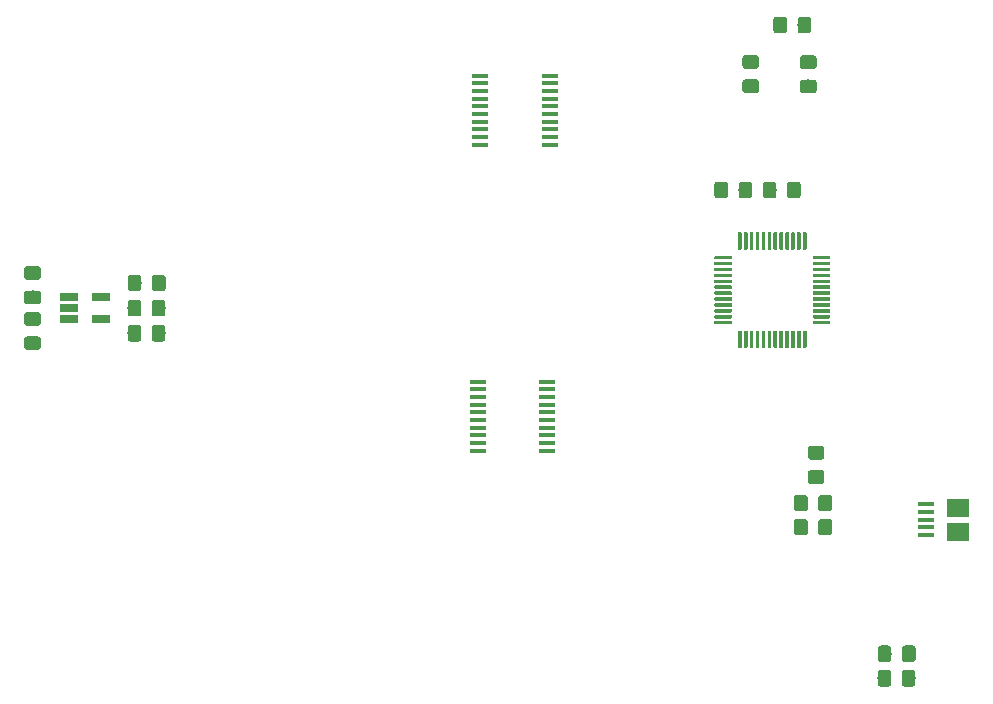
<source format=gbr>
G04 #@! TF.GenerationSoftware,KiCad,Pcbnew,(5.1.4)-1*
G04 #@! TF.CreationDate,2021-02-25T01:00:24-03:00*
G04 #@! TF.ProjectId,Flash,466c6173-682e-46b6-9963-61645f706362,rev?*
G04 #@! TF.SameCoordinates,Original*
G04 #@! TF.FileFunction,Paste,Top*
G04 #@! TF.FilePolarity,Positive*
%FSLAX46Y46*%
G04 Gerber Fmt 4.6, Leading zero omitted, Abs format (unit mm)*
G04 Created by KiCad (PCBNEW (5.1.4)-1) date 2021-02-25 01:00:24*
%MOMM*%
%LPD*%
G04 APERTURE LIST*
%ADD10C,0.100000*%
%ADD11C,0.300000*%
%ADD12C,1.150000*%
%ADD13R,1.900000X1.500000*%
%ADD14R,1.350000X0.400000*%
%ADD15R,1.560000X0.650000*%
%ADD16R,1.450000X0.450000*%
G04 APERTURE END LIST*
D10*
G36*
X147967951Y-45036761D02*
G01*
X147975232Y-45037841D01*
X147982371Y-45039629D01*
X147989301Y-45042109D01*
X147995955Y-45045256D01*
X148002268Y-45049040D01*
X148008179Y-45053424D01*
X148013633Y-45058367D01*
X148018576Y-45063821D01*
X148022960Y-45069732D01*
X148026744Y-45076045D01*
X148029891Y-45082699D01*
X148032371Y-45089629D01*
X148034159Y-45096768D01*
X148035239Y-45104049D01*
X148035600Y-45111400D01*
X148035600Y-46436400D01*
X148035239Y-46443751D01*
X148034159Y-46451032D01*
X148032371Y-46458171D01*
X148029891Y-46465101D01*
X148026744Y-46471755D01*
X148022960Y-46478068D01*
X148018576Y-46483979D01*
X148013633Y-46489433D01*
X148008179Y-46494376D01*
X148002268Y-46498760D01*
X147995955Y-46502544D01*
X147989301Y-46505691D01*
X147982371Y-46508171D01*
X147975232Y-46509959D01*
X147967951Y-46511039D01*
X147960600Y-46511400D01*
X147810600Y-46511400D01*
X147803249Y-46511039D01*
X147795968Y-46509959D01*
X147788829Y-46508171D01*
X147781899Y-46505691D01*
X147775245Y-46502544D01*
X147768932Y-46498760D01*
X147763021Y-46494376D01*
X147757567Y-46489433D01*
X147752624Y-46483979D01*
X147748240Y-46478068D01*
X147744456Y-46471755D01*
X147741309Y-46465101D01*
X147738829Y-46458171D01*
X147737041Y-46451032D01*
X147735961Y-46443751D01*
X147735600Y-46436400D01*
X147735600Y-45111400D01*
X147735961Y-45104049D01*
X147737041Y-45096768D01*
X147738829Y-45089629D01*
X147741309Y-45082699D01*
X147744456Y-45076045D01*
X147748240Y-45069732D01*
X147752624Y-45063821D01*
X147757567Y-45058367D01*
X147763021Y-45053424D01*
X147768932Y-45049040D01*
X147775245Y-45045256D01*
X147781899Y-45042109D01*
X147788829Y-45039629D01*
X147795968Y-45037841D01*
X147803249Y-45036761D01*
X147810600Y-45036400D01*
X147960600Y-45036400D01*
X147967951Y-45036761D01*
X147967951Y-45036761D01*
G37*
D11*
X147885600Y-45773900D03*
D10*
G36*
X147467951Y-45036761D02*
G01*
X147475232Y-45037841D01*
X147482371Y-45039629D01*
X147489301Y-45042109D01*
X147495955Y-45045256D01*
X147502268Y-45049040D01*
X147508179Y-45053424D01*
X147513633Y-45058367D01*
X147518576Y-45063821D01*
X147522960Y-45069732D01*
X147526744Y-45076045D01*
X147529891Y-45082699D01*
X147532371Y-45089629D01*
X147534159Y-45096768D01*
X147535239Y-45104049D01*
X147535600Y-45111400D01*
X147535600Y-46436400D01*
X147535239Y-46443751D01*
X147534159Y-46451032D01*
X147532371Y-46458171D01*
X147529891Y-46465101D01*
X147526744Y-46471755D01*
X147522960Y-46478068D01*
X147518576Y-46483979D01*
X147513633Y-46489433D01*
X147508179Y-46494376D01*
X147502268Y-46498760D01*
X147495955Y-46502544D01*
X147489301Y-46505691D01*
X147482371Y-46508171D01*
X147475232Y-46509959D01*
X147467951Y-46511039D01*
X147460600Y-46511400D01*
X147310600Y-46511400D01*
X147303249Y-46511039D01*
X147295968Y-46509959D01*
X147288829Y-46508171D01*
X147281899Y-46505691D01*
X147275245Y-46502544D01*
X147268932Y-46498760D01*
X147263021Y-46494376D01*
X147257567Y-46489433D01*
X147252624Y-46483979D01*
X147248240Y-46478068D01*
X147244456Y-46471755D01*
X147241309Y-46465101D01*
X147238829Y-46458171D01*
X147237041Y-46451032D01*
X147235961Y-46443751D01*
X147235600Y-46436400D01*
X147235600Y-45111400D01*
X147235961Y-45104049D01*
X147237041Y-45096768D01*
X147238829Y-45089629D01*
X147241309Y-45082699D01*
X147244456Y-45076045D01*
X147248240Y-45069732D01*
X147252624Y-45063821D01*
X147257567Y-45058367D01*
X147263021Y-45053424D01*
X147268932Y-45049040D01*
X147275245Y-45045256D01*
X147281899Y-45042109D01*
X147288829Y-45039629D01*
X147295968Y-45037841D01*
X147303249Y-45036761D01*
X147310600Y-45036400D01*
X147460600Y-45036400D01*
X147467951Y-45036761D01*
X147467951Y-45036761D01*
G37*
D11*
X147385600Y-45773900D03*
D10*
G36*
X146967951Y-45036761D02*
G01*
X146975232Y-45037841D01*
X146982371Y-45039629D01*
X146989301Y-45042109D01*
X146995955Y-45045256D01*
X147002268Y-45049040D01*
X147008179Y-45053424D01*
X147013633Y-45058367D01*
X147018576Y-45063821D01*
X147022960Y-45069732D01*
X147026744Y-45076045D01*
X147029891Y-45082699D01*
X147032371Y-45089629D01*
X147034159Y-45096768D01*
X147035239Y-45104049D01*
X147035600Y-45111400D01*
X147035600Y-46436400D01*
X147035239Y-46443751D01*
X147034159Y-46451032D01*
X147032371Y-46458171D01*
X147029891Y-46465101D01*
X147026744Y-46471755D01*
X147022960Y-46478068D01*
X147018576Y-46483979D01*
X147013633Y-46489433D01*
X147008179Y-46494376D01*
X147002268Y-46498760D01*
X146995955Y-46502544D01*
X146989301Y-46505691D01*
X146982371Y-46508171D01*
X146975232Y-46509959D01*
X146967951Y-46511039D01*
X146960600Y-46511400D01*
X146810600Y-46511400D01*
X146803249Y-46511039D01*
X146795968Y-46509959D01*
X146788829Y-46508171D01*
X146781899Y-46505691D01*
X146775245Y-46502544D01*
X146768932Y-46498760D01*
X146763021Y-46494376D01*
X146757567Y-46489433D01*
X146752624Y-46483979D01*
X146748240Y-46478068D01*
X146744456Y-46471755D01*
X146741309Y-46465101D01*
X146738829Y-46458171D01*
X146737041Y-46451032D01*
X146735961Y-46443751D01*
X146735600Y-46436400D01*
X146735600Y-45111400D01*
X146735961Y-45104049D01*
X146737041Y-45096768D01*
X146738829Y-45089629D01*
X146741309Y-45082699D01*
X146744456Y-45076045D01*
X146748240Y-45069732D01*
X146752624Y-45063821D01*
X146757567Y-45058367D01*
X146763021Y-45053424D01*
X146768932Y-45049040D01*
X146775245Y-45045256D01*
X146781899Y-45042109D01*
X146788829Y-45039629D01*
X146795968Y-45037841D01*
X146803249Y-45036761D01*
X146810600Y-45036400D01*
X146960600Y-45036400D01*
X146967951Y-45036761D01*
X146967951Y-45036761D01*
G37*
D11*
X146885600Y-45773900D03*
D10*
G36*
X146467951Y-45036761D02*
G01*
X146475232Y-45037841D01*
X146482371Y-45039629D01*
X146489301Y-45042109D01*
X146495955Y-45045256D01*
X146502268Y-45049040D01*
X146508179Y-45053424D01*
X146513633Y-45058367D01*
X146518576Y-45063821D01*
X146522960Y-45069732D01*
X146526744Y-45076045D01*
X146529891Y-45082699D01*
X146532371Y-45089629D01*
X146534159Y-45096768D01*
X146535239Y-45104049D01*
X146535600Y-45111400D01*
X146535600Y-46436400D01*
X146535239Y-46443751D01*
X146534159Y-46451032D01*
X146532371Y-46458171D01*
X146529891Y-46465101D01*
X146526744Y-46471755D01*
X146522960Y-46478068D01*
X146518576Y-46483979D01*
X146513633Y-46489433D01*
X146508179Y-46494376D01*
X146502268Y-46498760D01*
X146495955Y-46502544D01*
X146489301Y-46505691D01*
X146482371Y-46508171D01*
X146475232Y-46509959D01*
X146467951Y-46511039D01*
X146460600Y-46511400D01*
X146310600Y-46511400D01*
X146303249Y-46511039D01*
X146295968Y-46509959D01*
X146288829Y-46508171D01*
X146281899Y-46505691D01*
X146275245Y-46502544D01*
X146268932Y-46498760D01*
X146263021Y-46494376D01*
X146257567Y-46489433D01*
X146252624Y-46483979D01*
X146248240Y-46478068D01*
X146244456Y-46471755D01*
X146241309Y-46465101D01*
X146238829Y-46458171D01*
X146237041Y-46451032D01*
X146235961Y-46443751D01*
X146235600Y-46436400D01*
X146235600Y-45111400D01*
X146235961Y-45104049D01*
X146237041Y-45096768D01*
X146238829Y-45089629D01*
X146241309Y-45082699D01*
X146244456Y-45076045D01*
X146248240Y-45069732D01*
X146252624Y-45063821D01*
X146257567Y-45058367D01*
X146263021Y-45053424D01*
X146268932Y-45049040D01*
X146275245Y-45045256D01*
X146281899Y-45042109D01*
X146288829Y-45039629D01*
X146295968Y-45037841D01*
X146303249Y-45036761D01*
X146310600Y-45036400D01*
X146460600Y-45036400D01*
X146467951Y-45036761D01*
X146467951Y-45036761D01*
G37*
D11*
X146385600Y-45773900D03*
D10*
G36*
X145967951Y-45036761D02*
G01*
X145975232Y-45037841D01*
X145982371Y-45039629D01*
X145989301Y-45042109D01*
X145995955Y-45045256D01*
X146002268Y-45049040D01*
X146008179Y-45053424D01*
X146013633Y-45058367D01*
X146018576Y-45063821D01*
X146022960Y-45069732D01*
X146026744Y-45076045D01*
X146029891Y-45082699D01*
X146032371Y-45089629D01*
X146034159Y-45096768D01*
X146035239Y-45104049D01*
X146035600Y-45111400D01*
X146035600Y-46436400D01*
X146035239Y-46443751D01*
X146034159Y-46451032D01*
X146032371Y-46458171D01*
X146029891Y-46465101D01*
X146026744Y-46471755D01*
X146022960Y-46478068D01*
X146018576Y-46483979D01*
X146013633Y-46489433D01*
X146008179Y-46494376D01*
X146002268Y-46498760D01*
X145995955Y-46502544D01*
X145989301Y-46505691D01*
X145982371Y-46508171D01*
X145975232Y-46509959D01*
X145967951Y-46511039D01*
X145960600Y-46511400D01*
X145810600Y-46511400D01*
X145803249Y-46511039D01*
X145795968Y-46509959D01*
X145788829Y-46508171D01*
X145781899Y-46505691D01*
X145775245Y-46502544D01*
X145768932Y-46498760D01*
X145763021Y-46494376D01*
X145757567Y-46489433D01*
X145752624Y-46483979D01*
X145748240Y-46478068D01*
X145744456Y-46471755D01*
X145741309Y-46465101D01*
X145738829Y-46458171D01*
X145737041Y-46451032D01*
X145735961Y-46443751D01*
X145735600Y-46436400D01*
X145735600Y-45111400D01*
X145735961Y-45104049D01*
X145737041Y-45096768D01*
X145738829Y-45089629D01*
X145741309Y-45082699D01*
X145744456Y-45076045D01*
X145748240Y-45069732D01*
X145752624Y-45063821D01*
X145757567Y-45058367D01*
X145763021Y-45053424D01*
X145768932Y-45049040D01*
X145775245Y-45045256D01*
X145781899Y-45042109D01*
X145788829Y-45039629D01*
X145795968Y-45037841D01*
X145803249Y-45036761D01*
X145810600Y-45036400D01*
X145960600Y-45036400D01*
X145967951Y-45036761D01*
X145967951Y-45036761D01*
G37*
D11*
X145885600Y-45773900D03*
D10*
G36*
X145467951Y-45036761D02*
G01*
X145475232Y-45037841D01*
X145482371Y-45039629D01*
X145489301Y-45042109D01*
X145495955Y-45045256D01*
X145502268Y-45049040D01*
X145508179Y-45053424D01*
X145513633Y-45058367D01*
X145518576Y-45063821D01*
X145522960Y-45069732D01*
X145526744Y-45076045D01*
X145529891Y-45082699D01*
X145532371Y-45089629D01*
X145534159Y-45096768D01*
X145535239Y-45104049D01*
X145535600Y-45111400D01*
X145535600Y-46436400D01*
X145535239Y-46443751D01*
X145534159Y-46451032D01*
X145532371Y-46458171D01*
X145529891Y-46465101D01*
X145526744Y-46471755D01*
X145522960Y-46478068D01*
X145518576Y-46483979D01*
X145513633Y-46489433D01*
X145508179Y-46494376D01*
X145502268Y-46498760D01*
X145495955Y-46502544D01*
X145489301Y-46505691D01*
X145482371Y-46508171D01*
X145475232Y-46509959D01*
X145467951Y-46511039D01*
X145460600Y-46511400D01*
X145310600Y-46511400D01*
X145303249Y-46511039D01*
X145295968Y-46509959D01*
X145288829Y-46508171D01*
X145281899Y-46505691D01*
X145275245Y-46502544D01*
X145268932Y-46498760D01*
X145263021Y-46494376D01*
X145257567Y-46489433D01*
X145252624Y-46483979D01*
X145248240Y-46478068D01*
X145244456Y-46471755D01*
X145241309Y-46465101D01*
X145238829Y-46458171D01*
X145237041Y-46451032D01*
X145235961Y-46443751D01*
X145235600Y-46436400D01*
X145235600Y-45111400D01*
X145235961Y-45104049D01*
X145237041Y-45096768D01*
X145238829Y-45089629D01*
X145241309Y-45082699D01*
X145244456Y-45076045D01*
X145248240Y-45069732D01*
X145252624Y-45063821D01*
X145257567Y-45058367D01*
X145263021Y-45053424D01*
X145268932Y-45049040D01*
X145275245Y-45045256D01*
X145281899Y-45042109D01*
X145288829Y-45039629D01*
X145295968Y-45037841D01*
X145303249Y-45036761D01*
X145310600Y-45036400D01*
X145460600Y-45036400D01*
X145467951Y-45036761D01*
X145467951Y-45036761D01*
G37*
D11*
X145385600Y-45773900D03*
D10*
G36*
X144967951Y-45036761D02*
G01*
X144975232Y-45037841D01*
X144982371Y-45039629D01*
X144989301Y-45042109D01*
X144995955Y-45045256D01*
X145002268Y-45049040D01*
X145008179Y-45053424D01*
X145013633Y-45058367D01*
X145018576Y-45063821D01*
X145022960Y-45069732D01*
X145026744Y-45076045D01*
X145029891Y-45082699D01*
X145032371Y-45089629D01*
X145034159Y-45096768D01*
X145035239Y-45104049D01*
X145035600Y-45111400D01*
X145035600Y-46436400D01*
X145035239Y-46443751D01*
X145034159Y-46451032D01*
X145032371Y-46458171D01*
X145029891Y-46465101D01*
X145026744Y-46471755D01*
X145022960Y-46478068D01*
X145018576Y-46483979D01*
X145013633Y-46489433D01*
X145008179Y-46494376D01*
X145002268Y-46498760D01*
X144995955Y-46502544D01*
X144989301Y-46505691D01*
X144982371Y-46508171D01*
X144975232Y-46509959D01*
X144967951Y-46511039D01*
X144960600Y-46511400D01*
X144810600Y-46511400D01*
X144803249Y-46511039D01*
X144795968Y-46509959D01*
X144788829Y-46508171D01*
X144781899Y-46505691D01*
X144775245Y-46502544D01*
X144768932Y-46498760D01*
X144763021Y-46494376D01*
X144757567Y-46489433D01*
X144752624Y-46483979D01*
X144748240Y-46478068D01*
X144744456Y-46471755D01*
X144741309Y-46465101D01*
X144738829Y-46458171D01*
X144737041Y-46451032D01*
X144735961Y-46443751D01*
X144735600Y-46436400D01*
X144735600Y-45111400D01*
X144735961Y-45104049D01*
X144737041Y-45096768D01*
X144738829Y-45089629D01*
X144741309Y-45082699D01*
X144744456Y-45076045D01*
X144748240Y-45069732D01*
X144752624Y-45063821D01*
X144757567Y-45058367D01*
X144763021Y-45053424D01*
X144768932Y-45049040D01*
X144775245Y-45045256D01*
X144781899Y-45042109D01*
X144788829Y-45039629D01*
X144795968Y-45037841D01*
X144803249Y-45036761D01*
X144810600Y-45036400D01*
X144960600Y-45036400D01*
X144967951Y-45036761D01*
X144967951Y-45036761D01*
G37*
D11*
X144885600Y-45773900D03*
D10*
G36*
X144467951Y-45036761D02*
G01*
X144475232Y-45037841D01*
X144482371Y-45039629D01*
X144489301Y-45042109D01*
X144495955Y-45045256D01*
X144502268Y-45049040D01*
X144508179Y-45053424D01*
X144513633Y-45058367D01*
X144518576Y-45063821D01*
X144522960Y-45069732D01*
X144526744Y-45076045D01*
X144529891Y-45082699D01*
X144532371Y-45089629D01*
X144534159Y-45096768D01*
X144535239Y-45104049D01*
X144535600Y-45111400D01*
X144535600Y-46436400D01*
X144535239Y-46443751D01*
X144534159Y-46451032D01*
X144532371Y-46458171D01*
X144529891Y-46465101D01*
X144526744Y-46471755D01*
X144522960Y-46478068D01*
X144518576Y-46483979D01*
X144513633Y-46489433D01*
X144508179Y-46494376D01*
X144502268Y-46498760D01*
X144495955Y-46502544D01*
X144489301Y-46505691D01*
X144482371Y-46508171D01*
X144475232Y-46509959D01*
X144467951Y-46511039D01*
X144460600Y-46511400D01*
X144310600Y-46511400D01*
X144303249Y-46511039D01*
X144295968Y-46509959D01*
X144288829Y-46508171D01*
X144281899Y-46505691D01*
X144275245Y-46502544D01*
X144268932Y-46498760D01*
X144263021Y-46494376D01*
X144257567Y-46489433D01*
X144252624Y-46483979D01*
X144248240Y-46478068D01*
X144244456Y-46471755D01*
X144241309Y-46465101D01*
X144238829Y-46458171D01*
X144237041Y-46451032D01*
X144235961Y-46443751D01*
X144235600Y-46436400D01*
X144235600Y-45111400D01*
X144235961Y-45104049D01*
X144237041Y-45096768D01*
X144238829Y-45089629D01*
X144241309Y-45082699D01*
X144244456Y-45076045D01*
X144248240Y-45069732D01*
X144252624Y-45063821D01*
X144257567Y-45058367D01*
X144263021Y-45053424D01*
X144268932Y-45049040D01*
X144275245Y-45045256D01*
X144281899Y-45042109D01*
X144288829Y-45039629D01*
X144295968Y-45037841D01*
X144303249Y-45036761D01*
X144310600Y-45036400D01*
X144460600Y-45036400D01*
X144467951Y-45036761D01*
X144467951Y-45036761D01*
G37*
D11*
X144385600Y-45773900D03*
D10*
G36*
X143967951Y-45036761D02*
G01*
X143975232Y-45037841D01*
X143982371Y-45039629D01*
X143989301Y-45042109D01*
X143995955Y-45045256D01*
X144002268Y-45049040D01*
X144008179Y-45053424D01*
X144013633Y-45058367D01*
X144018576Y-45063821D01*
X144022960Y-45069732D01*
X144026744Y-45076045D01*
X144029891Y-45082699D01*
X144032371Y-45089629D01*
X144034159Y-45096768D01*
X144035239Y-45104049D01*
X144035600Y-45111400D01*
X144035600Y-46436400D01*
X144035239Y-46443751D01*
X144034159Y-46451032D01*
X144032371Y-46458171D01*
X144029891Y-46465101D01*
X144026744Y-46471755D01*
X144022960Y-46478068D01*
X144018576Y-46483979D01*
X144013633Y-46489433D01*
X144008179Y-46494376D01*
X144002268Y-46498760D01*
X143995955Y-46502544D01*
X143989301Y-46505691D01*
X143982371Y-46508171D01*
X143975232Y-46509959D01*
X143967951Y-46511039D01*
X143960600Y-46511400D01*
X143810600Y-46511400D01*
X143803249Y-46511039D01*
X143795968Y-46509959D01*
X143788829Y-46508171D01*
X143781899Y-46505691D01*
X143775245Y-46502544D01*
X143768932Y-46498760D01*
X143763021Y-46494376D01*
X143757567Y-46489433D01*
X143752624Y-46483979D01*
X143748240Y-46478068D01*
X143744456Y-46471755D01*
X143741309Y-46465101D01*
X143738829Y-46458171D01*
X143737041Y-46451032D01*
X143735961Y-46443751D01*
X143735600Y-46436400D01*
X143735600Y-45111400D01*
X143735961Y-45104049D01*
X143737041Y-45096768D01*
X143738829Y-45089629D01*
X143741309Y-45082699D01*
X143744456Y-45076045D01*
X143748240Y-45069732D01*
X143752624Y-45063821D01*
X143757567Y-45058367D01*
X143763021Y-45053424D01*
X143768932Y-45049040D01*
X143775245Y-45045256D01*
X143781899Y-45042109D01*
X143788829Y-45039629D01*
X143795968Y-45037841D01*
X143803249Y-45036761D01*
X143810600Y-45036400D01*
X143960600Y-45036400D01*
X143967951Y-45036761D01*
X143967951Y-45036761D01*
G37*
D11*
X143885600Y-45773900D03*
D10*
G36*
X143467951Y-45036761D02*
G01*
X143475232Y-45037841D01*
X143482371Y-45039629D01*
X143489301Y-45042109D01*
X143495955Y-45045256D01*
X143502268Y-45049040D01*
X143508179Y-45053424D01*
X143513633Y-45058367D01*
X143518576Y-45063821D01*
X143522960Y-45069732D01*
X143526744Y-45076045D01*
X143529891Y-45082699D01*
X143532371Y-45089629D01*
X143534159Y-45096768D01*
X143535239Y-45104049D01*
X143535600Y-45111400D01*
X143535600Y-46436400D01*
X143535239Y-46443751D01*
X143534159Y-46451032D01*
X143532371Y-46458171D01*
X143529891Y-46465101D01*
X143526744Y-46471755D01*
X143522960Y-46478068D01*
X143518576Y-46483979D01*
X143513633Y-46489433D01*
X143508179Y-46494376D01*
X143502268Y-46498760D01*
X143495955Y-46502544D01*
X143489301Y-46505691D01*
X143482371Y-46508171D01*
X143475232Y-46509959D01*
X143467951Y-46511039D01*
X143460600Y-46511400D01*
X143310600Y-46511400D01*
X143303249Y-46511039D01*
X143295968Y-46509959D01*
X143288829Y-46508171D01*
X143281899Y-46505691D01*
X143275245Y-46502544D01*
X143268932Y-46498760D01*
X143263021Y-46494376D01*
X143257567Y-46489433D01*
X143252624Y-46483979D01*
X143248240Y-46478068D01*
X143244456Y-46471755D01*
X143241309Y-46465101D01*
X143238829Y-46458171D01*
X143237041Y-46451032D01*
X143235961Y-46443751D01*
X143235600Y-46436400D01*
X143235600Y-45111400D01*
X143235961Y-45104049D01*
X143237041Y-45096768D01*
X143238829Y-45089629D01*
X143241309Y-45082699D01*
X143244456Y-45076045D01*
X143248240Y-45069732D01*
X143252624Y-45063821D01*
X143257567Y-45058367D01*
X143263021Y-45053424D01*
X143268932Y-45049040D01*
X143275245Y-45045256D01*
X143281899Y-45042109D01*
X143288829Y-45039629D01*
X143295968Y-45037841D01*
X143303249Y-45036761D01*
X143310600Y-45036400D01*
X143460600Y-45036400D01*
X143467951Y-45036761D01*
X143467951Y-45036761D01*
G37*
D11*
X143385600Y-45773900D03*
D10*
G36*
X142967951Y-45036761D02*
G01*
X142975232Y-45037841D01*
X142982371Y-45039629D01*
X142989301Y-45042109D01*
X142995955Y-45045256D01*
X143002268Y-45049040D01*
X143008179Y-45053424D01*
X143013633Y-45058367D01*
X143018576Y-45063821D01*
X143022960Y-45069732D01*
X143026744Y-45076045D01*
X143029891Y-45082699D01*
X143032371Y-45089629D01*
X143034159Y-45096768D01*
X143035239Y-45104049D01*
X143035600Y-45111400D01*
X143035600Y-46436400D01*
X143035239Y-46443751D01*
X143034159Y-46451032D01*
X143032371Y-46458171D01*
X143029891Y-46465101D01*
X143026744Y-46471755D01*
X143022960Y-46478068D01*
X143018576Y-46483979D01*
X143013633Y-46489433D01*
X143008179Y-46494376D01*
X143002268Y-46498760D01*
X142995955Y-46502544D01*
X142989301Y-46505691D01*
X142982371Y-46508171D01*
X142975232Y-46509959D01*
X142967951Y-46511039D01*
X142960600Y-46511400D01*
X142810600Y-46511400D01*
X142803249Y-46511039D01*
X142795968Y-46509959D01*
X142788829Y-46508171D01*
X142781899Y-46505691D01*
X142775245Y-46502544D01*
X142768932Y-46498760D01*
X142763021Y-46494376D01*
X142757567Y-46489433D01*
X142752624Y-46483979D01*
X142748240Y-46478068D01*
X142744456Y-46471755D01*
X142741309Y-46465101D01*
X142738829Y-46458171D01*
X142737041Y-46451032D01*
X142735961Y-46443751D01*
X142735600Y-46436400D01*
X142735600Y-45111400D01*
X142735961Y-45104049D01*
X142737041Y-45096768D01*
X142738829Y-45089629D01*
X142741309Y-45082699D01*
X142744456Y-45076045D01*
X142748240Y-45069732D01*
X142752624Y-45063821D01*
X142757567Y-45058367D01*
X142763021Y-45053424D01*
X142768932Y-45049040D01*
X142775245Y-45045256D01*
X142781899Y-45042109D01*
X142788829Y-45039629D01*
X142795968Y-45037841D01*
X142803249Y-45036761D01*
X142810600Y-45036400D01*
X142960600Y-45036400D01*
X142967951Y-45036761D01*
X142967951Y-45036761D01*
G37*
D11*
X142885600Y-45773900D03*
D10*
G36*
X142467951Y-45036761D02*
G01*
X142475232Y-45037841D01*
X142482371Y-45039629D01*
X142489301Y-45042109D01*
X142495955Y-45045256D01*
X142502268Y-45049040D01*
X142508179Y-45053424D01*
X142513633Y-45058367D01*
X142518576Y-45063821D01*
X142522960Y-45069732D01*
X142526744Y-45076045D01*
X142529891Y-45082699D01*
X142532371Y-45089629D01*
X142534159Y-45096768D01*
X142535239Y-45104049D01*
X142535600Y-45111400D01*
X142535600Y-46436400D01*
X142535239Y-46443751D01*
X142534159Y-46451032D01*
X142532371Y-46458171D01*
X142529891Y-46465101D01*
X142526744Y-46471755D01*
X142522960Y-46478068D01*
X142518576Y-46483979D01*
X142513633Y-46489433D01*
X142508179Y-46494376D01*
X142502268Y-46498760D01*
X142495955Y-46502544D01*
X142489301Y-46505691D01*
X142482371Y-46508171D01*
X142475232Y-46509959D01*
X142467951Y-46511039D01*
X142460600Y-46511400D01*
X142310600Y-46511400D01*
X142303249Y-46511039D01*
X142295968Y-46509959D01*
X142288829Y-46508171D01*
X142281899Y-46505691D01*
X142275245Y-46502544D01*
X142268932Y-46498760D01*
X142263021Y-46494376D01*
X142257567Y-46489433D01*
X142252624Y-46483979D01*
X142248240Y-46478068D01*
X142244456Y-46471755D01*
X142241309Y-46465101D01*
X142238829Y-46458171D01*
X142237041Y-46451032D01*
X142235961Y-46443751D01*
X142235600Y-46436400D01*
X142235600Y-45111400D01*
X142235961Y-45104049D01*
X142237041Y-45096768D01*
X142238829Y-45089629D01*
X142241309Y-45082699D01*
X142244456Y-45076045D01*
X142248240Y-45069732D01*
X142252624Y-45063821D01*
X142257567Y-45058367D01*
X142263021Y-45053424D01*
X142268932Y-45049040D01*
X142275245Y-45045256D01*
X142281899Y-45042109D01*
X142288829Y-45039629D01*
X142295968Y-45037841D01*
X142303249Y-45036761D01*
X142310600Y-45036400D01*
X142460600Y-45036400D01*
X142467951Y-45036761D01*
X142467951Y-45036761D01*
G37*
D11*
X142385600Y-45773900D03*
D10*
G36*
X141642951Y-47036761D02*
G01*
X141650232Y-47037841D01*
X141657371Y-47039629D01*
X141664301Y-47042109D01*
X141670955Y-47045256D01*
X141677268Y-47049040D01*
X141683179Y-47053424D01*
X141688633Y-47058367D01*
X141693576Y-47063821D01*
X141697960Y-47069732D01*
X141701744Y-47076045D01*
X141704891Y-47082699D01*
X141707371Y-47089629D01*
X141709159Y-47096768D01*
X141710239Y-47104049D01*
X141710600Y-47111400D01*
X141710600Y-47261400D01*
X141710239Y-47268751D01*
X141709159Y-47276032D01*
X141707371Y-47283171D01*
X141704891Y-47290101D01*
X141701744Y-47296755D01*
X141697960Y-47303068D01*
X141693576Y-47308979D01*
X141688633Y-47314433D01*
X141683179Y-47319376D01*
X141677268Y-47323760D01*
X141670955Y-47327544D01*
X141664301Y-47330691D01*
X141657371Y-47333171D01*
X141650232Y-47334959D01*
X141642951Y-47336039D01*
X141635600Y-47336400D01*
X140310600Y-47336400D01*
X140303249Y-47336039D01*
X140295968Y-47334959D01*
X140288829Y-47333171D01*
X140281899Y-47330691D01*
X140275245Y-47327544D01*
X140268932Y-47323760D01*
X140263021Y-47319376D01*
X140257567Y-47314433D01*
X140252624Y-47308979D01*
X140248240Y-47303068D01*
X140244456Y-47296755D01*
X140241309Y-47290101D01*
X140238829Y-47283171D01*
X140237041Y-47276032D01*
X140235961Y-47268751D01*
X140235600Y-47261400D01*
X140235600Y-47111400D01*
X140235961Y-47104049D01*
X140237041Y-47096768D01*
X140238829Y-47089629D01*
X140241309Y-47082699D01*
X140244456Y-47076045D01*
X140248240Y-47069732D01*
X140252624Y-47063821D01*
X140257567Y-47058367D01*
X140263021Y-47053424D01*
X140268932Y-47049040D01*
X140275245Y-47045256D01*
X140281899Y-47042109D01*
X140288829Y-47039629D01*
X140295968Y-47037841D01*
X140303249Y-47036761D01*
X140310600Y-47036400D01*
X141635600Y-47036400D01*
X141642951Y-47036761D01*
X141642951Y-47036761D01*
G37*
D11*
X140973100Y-47186400D03*
D10*
G36*
X141642951Y-47536761D02*
G01*
X141650232Y-47537841D01*
X141657371Y-47539629D01*
X141664301Y-47542109D01*
X141670955Y-47545256D01*
X141677268Y-47549040D01*
X141683179Y-47553424D01*
X141688633Y-47558367D01*
X141693576Y-47563821D01*
X141697960Y-47569732D01*
X141701744Y-47576045D01*
X141704891Y-47582699D01*
X141707371Y-47589629D01*
X141709159Y-47596768D01*
X141710239Y-47604049D01*
X141710600Y-47611400D01*
X141710600Y-47761400D01*
X141710239Y-47768751D01*
X141709159Y-47776032D01*
X141707371Y-47783171D01*
X141704891Y-47790101D01*
X141701744Y-47796755D01*
X141697960Y-47803068D01*
X141693576Y-47808979D01*
X141688633Y-47814433D01*
X141683179Y-47819376D01*
X141677268Y-47823760D01*
X141670955Y-47827544D01*
X141664301Y-47830691D01*
X141657371Y-47833171D01*
X141650232Y-47834959D01*
X141642951Y-47836039D01*
X141635600Y-47836400D01*
X140310600Y-47836400D01*
X140303249Y-47836039D01*
X140295968Y-47834959D01*
X140288829Y-47833171D01*
X140281899Y-47830691D01*
X140275245Y-47827544D01*
X140268932Y-47823760D01*
X140263021Y-47819376D01*
X140257567Y-47814433D01*
X140252624Y-47808979D01*
X140248240Y-47803068D01*
X140244456Y-47796755D01*
X140241309Y-47790101D01*
X140238829Y-47783171D01*
X140237041Y-47776032D01*
X140235961Y-47768751D01*
X140235600Y-47761400D01*
X140235600Y-47611400D01*
X140235961Y-47604049D01*
X140237041Y-47596768D01*
X140238829Y-47589629D01*
X140241309Y-47582699D01*
X140244456Y-47576045D01*
X140248240Y-47569732D01*
X140252624Y-47563821D01*
X140257567Y-47558367D01*
X140263021Y-47553424D01*
X140268932Y-47549040D01*
X140275245Y-47545256D01*
X140281899Y-47542109D01*
X140288829Y-47539629D01*
X140295968Y-47537841D01*
X140303249Y-47536761D01*
X140310600Y-47536400D01*
X141635600Y-47536400D01*
X141642951Y-47536761D01*
X141642951Y-47536761D01*
G37*
D11*
X140973100Y-47686400D03*
D10*
G36*
X141642951Y-48036761D02*
G01*
X141650232Y-48037841D01*
X141657371Y-48039629D01*
X141664301Y-48042109D01*
X141670955Y-48045256D01*
X141677268Y-48049040D01*
X141683179Y-48053424D01*
X141688633Y-48058367D01*
X141693576Y-48063821D01*
X141697960Y-48069732D01*
X141701744Y-48076045D01*
X141704891Y-48082699D01*
X141707371Y-48089629D01*
X141709159Y-48096768D01*
X141710239Y-48104049D01*
X141710600Y-48111400D01*
X141710600Y-48261400D01*
X141710239Y-48268751D01*
X141709159Y-48276032D01*
X141707371Y-48283171D01*
X141704891Y-48290101D01*
X141701744Y-48296755D01*
X141697960Y-48303068D01*
X141693576Y-48308979D01*
X141688633Y-48314433D01*
X141683179Y-48319376D01*
X141677268Y-48323760D01*
X141670955Y-48327544D01*
X141664301Y-48330691D01*
X141657371Y-48333171D01*
X141650232Y-48334959D01*
X141642951Y-48336039D01*
X141635600Y-48336400D01*
X140310600Y-48336400D01*
X140303249Y-48336039D01*
X140295968Y-48334959D01*
X140288829Y-48333171D01*
X140281899Y-48330691D01*
X140275245Y-48327544D01*
X140268932Y-48323760D01*
X140263021Y-48319376D01*
X140257567Y-48314433D01*
X140252624Y-48308979D01*
X140248240Y-48303068D01*
X140244456Y-48296755D01*
X140241309Y-48290101D01*
X140238829Y-48283171D01*
X140237041Y-48276032D01*
X140235961Y-48268751D01*
X140235600Y-48261400D01*
X140235600Y-48111400D01*
X140235961Y-48104049D01*
X140237041Y-48096768D01*
X140238829Y-48089629D01*
X140241309Y-48082699D01*
X140244456Y-48076045D01*
X140248240Y-48069732D01*
X140252624Y-48063821D01*
X140257567Y-48058367D01*
X140263021Y-48053424D01*
X140268932Y-48049040D01*
X140275245Y-48045256D01*
X140281899Y-48042109D01*
X140288829Y-48039629D01*
X140295968Y-48037841D01*
X140303249Y-48036761D01*
X140310600Y-48036400D01*
X141635600Y-48036400D01*
X141642951Y-48036761D01*
X141642951Y-48036761D01*
G37*
D11*
X140973100Y-48186400D03*
D10*
G36*
X141642951Y-48536761D02*
G01*
X141650232Y-48537841D01*
X141657371Y-48539629D01*
X141664301Y-48542109D01*
X141670955Y-48545256D01*
X141677268Y-48549040D01*
X141683179Y-48553424D01*
X141688633Y-48558367D01*
X141693576Y-48563821D01*
X141697960Y-48569732D01*
X141701744Y-48576045D01*
X141704891Y-48582699D01*
X141707371Y-48589629D01*
X141709159Y-48596768D01*
X141710239Y-48604049D01*
X141710600Y-48611400D01*
X141710600Y-48761400D01*
X141710239Y-48768751D01*
X141709159Y-48776032D01*
X141707371Y-48783171D01*
X141704891Y-48790101D01*
X141701744Y-48796755D01*
X141697960Y-48803068D01*
X141693576Y-48808979D01*
X141688633Y-48814433D01*
X141683179Y-48819376D01*
X141677268Y-48823760D01*
X141670955Y-48827544D01*
X141664301Y-48830691D01*
X141657371Y-48833171D01*
X141650232Y-48834959D01*
X141642951Y-48836039D01*
X141635600Y-48836400D01*
X140310600Y-48836400D01*
X140303249Y-48836039D01*
X140295968Y-48834959D01*
X140288829Y-48833171D01*
X140281899Y-48830691D01*
X140275245Y-48827544D01*
X140268932Y-48823760D01*
X140263021Y-48819376D01*
X140257567Y-48814433D01*
X140252624Y-48808979D01*
X140248240Y-48803068D01*
X140244456Y-48796755D01*
X140241309Y-48790101D01*
X140238829Y-48783171D01*
X140237041Y-48776032D01*
X140235961Y-48768751D01*
X140235600Y-48761400D01*
X140235600Y-48611400D01*
X140235961Y-48604049D01*
X140237041Y-48596768D01*
X140238829Y-48589629D01*
X140241309Y-48582699D01*
X140244456Y-48576045D01*
X140248240Y-48569732D01*
X140252624Y-48563821D01*
X140257567Y-48558367D01*
X140263021Y-48553424D01*
X140268932Y-48549040D01*
X140275245Y-48545256D01*
X140281899Y-48542109D01*
X140288829Y-48539629D01*
X140295968Y-48537841D01*
X140303249Y-48536761D01*
X140310600Y-48536400D01*
X141635600Y-48536400D01*
X141642951Y-48536761D01*
X141642951Y-48536761D01*
G37*
D11*
X140973100Y-48686400D03*
D10*
G36*
X141642951Y-49036761D02*
G01*
X141650232Y-49037841D01*
X141657371Y-49039629D01*
X141664301Y-49042109D01*
X141670955Y-49045256D01*
X141677268Y-49049040D01*
X141683179Y-49053424D01*
X141688633Y-49058367D01*
X141693576Y-49063821D01*
X141697960Y-49069732D01*
X141701744Y-49076045D01*
X141704891Y-49082699D01*
X141707371Y-49089629D01*
X141709159Y-49096768D01*
X141710239Y-49104049D01*
X141710600Y-49111400D01*
X141710600Y-49261400D01*
X141710239Y-49268751D01*
X141709159Y-49276032D01*
X141707371Y-49283171D01*
X141704891Y-49290101D01*
X141701744Y-49296755D01*
X141697960Y-49303068D01*
X141693576Y-49308979D01*
X141688633Y-49314433D01*
X141683179Y-49319376D01*
X141677268Y-49323760D01*
X141670955Y-49327544D01*
X141664301Y-49330691D01*
X141657371Y-49333171D01*
X141650232Y-49334959D01*
X141642951Y-49336039D01*
X141635600Y-49336400D01*
X140310600Y-49336400D01*
X140303249Y-49336039D01*
X140295968Y-49334959D01*
X140288829Y-49333171D01*
X140281899Y-49330691D01*
X140275245Y-49327544D01*
X140268932Y-49323760D01*
X140263021Y-49319376D01*
X140257567Y-49314433D01*
X140252624Y-49308979D01*
X140248240Y-49303068D01*
X140244456Y-49296755D01*
X140241309Y-49290101D01*
X140238829Y-49283171D01*
X140237041Y-49276032D01*
X140235961Y-49268751D01*
X140235600Y-49261400D01*
X140235600Y-49111400D01*
X140235961Y-49104049D01*
X140237041Y-49096768D01*
X140238829Y-49089629D01*
X140241309Y-49082699D01*
X140244456Y-49076045D01*
X140248240Y-49069732D01*
X140252624Y-49063821D01*
X140257567Y-49058367D01*
X140263021Y-49053424D01*
X140268932Y-49049040D01*
X140275245Y-49045256D01*
X140281899Y-49042109D01*
X140288829Y-49039629D01*
X140295968Y-49037841D01*
X140303249Y-49036761D01*
X140310600Y-49036400D01*
X141635600Y-49036400D01*
X141642951Y-49036761D01*
X141642951Y-49036761D01*
G37*
D11*
X140973100Y-49186400D03*
D10*
G36*
X141642951Y-49536761D02*
G01*
X141650232Y-49537841D01*
X141657371Y-49539629D01*
X141664301Y-49542109D01*
X141670955Y-49545256D01*
X141677268Y-49549040D01*
X141683179Y-49553424D01*
X141688633Y-49558367D01*
X141693576Y-49563821D01*
X141697960Y-49569732D01*
X141701744Y-49576045D01*
X141704891Y-49582699D01*
X141707371Y-49589629D01*
X141709159Y-49596768D01*
X141710239Y-49604049D01*
X141710600Y-49611400D01*
X141710600Y-49761400D01*
X141710239Y-49768751D01*
X141709159Y-49776032D01*
X141707371Y-49783171D01*
X141704891Y-49790101D01*
X141701744Y-49796755D01*
X141697960Y-49803068D01*
X141693576Y-49808979D01*
X141688633Y-49814433D01*
X141683179Y-49819376D01*
X141677268Y-49823760D01*
X141670955Y-49827544D01*
X141664301Y-49830691D01*
X141657371Y-49833171D01*
X141650232Y-49834959D01*
X141642951Y-49836039D01*
X141635600Y-49836400D01*
X140310600Y-49836400D01*
X140303249Y-49836039D01*
X140295968Y-49834959D01*
X140288829Y-49833171D01*
X140281899Y-49830691D01*
X140275245Y-49827544D01*
X140268932Y-49823760D01*
X140263021Y-49819376D01*
X140257567Y-49814433D01*
X140252624Y-49808979D01*
X140248240Y-49803068D01*
X140244456Y-49796755D01*
X140241309Y-49790101D01*
X140238829Y-49783171D01*
X140237041Y-49776032D01*
X140235961Y-49768751D01*
X140235600Y-49761400D01*
X140235600Y-49611400D01*
X140235961Y-49604049D01*
X140237041Y-49596768D01*
X140238829Y-49589629D01*
X140241309Y-49582699D01*
X140244456Y-49576045D01*
X140248240Y-49569732D01*
X140252624Y-49563821D01*
X140257567Y-49558367D01*
X140263021Y-49553424D01*
X140268932Y-49549040D01*
X140275245Y-49545256D01*
X140281899Y-49542109D01*
X140288829Y-49539629D01*
X140295968Y-49537841D01*
X140303249Y-49536761D01*
X140310600Y-49536400D01*
X141635600Y-49536400D01*
X141642951Y-49536761D01*
X141642951Y-49536761D01*
G37*
D11*
X140973100Y-49686400D03*
D10*
G36*
X141642951Y-50036761D02*
G01*
X141650232Y-50037841D01*
X141657371Y-50039629D01*
X141664301Y-50042109D01*
X141670955Y-50045256D01*
X141677268Y-50049040D01*
X141683179Y-50053424D01*
X141688633Y-50058367D01*
X141693576Y-50063821D01*
X141697960Y-50069732D01*
X141701744Y-50076045D01*
X141704891Y-50082699D01*
X141707371Y-50089629D01*
X141709159Y-50096768D01*
X141710239Y-50104049D01*
X141710600Y-50111400D01*
X141710600Y-50261400D01*
X141710239Y-50268751D01*
X141709159Y-50276032D01*
X141707371Y-50283171D01*
X141704891Y-50290101D01*
X141701744Y-50296755D01*
X141697960Y-50303068D01*
X141693576Y-50308979D01*
X141688633Y-50314433D01*
X141683179Y-50319376D01*
X141677268Y-50323760D01*
X141670955Y-50327544D01*
X141664301Y-50330691D01*
X141657371Y-50333171D01*
X141650232Y-50334959D01*
X141642951Y-50336039D01*
X141635600Y-50336400D01*
X140310600Y-50336400D01*
X140303249Y-50336039D01*
X140295968Y-50334959D01*
X140288829Y-50333171D01*
X140281899Y-50330691D01*
X140275245Y-50327544D01*
X140268932Y-50323760D01*
X140263021Y-50319376D01*
X140257567Y-50314433D01*
X140252624Y-50308979D01*
X140248240Y-50303068D01*
X140244456Y-50296755D01*
X140241309Y-50290101D01*
X140238829Y-50283171D01*
X140237041Y-50276032D01*
X140235961Y-50268751D01*
X140235600Y-50261400D01*
X140235600Y-50111400D01*
X140235961Y-50104049D01*
X140237041Y-50096768D01*
X140238829Y-50089629D01*
X140241309Y-50082699D01*
X140244456Y-50076045D01*
X140248240Y-50069732D01*
X140252624Y-50063821D01*
X140257567Y-50058367D01*
X140263021Y-50053424D01*
X140268932Y-50049040D01*
X140275245Y-50045256D01*
X140281899Y-50042109D01*
X140288829Y-50039629D01*
X140295968Y-50037841D01*
X140303249Y-50036761D01*
X140310600Y-50036400D01*
X141635600Y-50036400D01*
X141642951Y-50036761D01*
X141642951Y-50036761D01*
G37*
D11*
X140973100Y-50186400D03*
D10*
G36*
X141642951Y-50536761D02*
G01*
X141650232Y-50537841D01*
X141657371Y-50539629D01*
X141664301Y-50542109D01*
X141670955Y-50545256D01*
X141677268Y-50549040D01*
X141683179Y-50553424D01*
X141688633Y-50558367D01*
X141693576Y-50563821D01*
X141697960Y-50569732D01*
X141701744Y-50576045D01*
X141704891Y-50582699D01*
X141707371Y-50589629D01*
X141709159Y-50596768D01*
X141710239Y-50604049D01*
X141710600Y-50611400D01*
X141710600Y-50761400D01*
X141710239Y-50768751D01*
X141709159Y-50776032D01*
X141707371Y-50783171D01*
X141704891Y-50790101D01*
X141701744Y-50796755D01*
X141697960Y-50803068D01*
X141693576Y-50808979D01*
X141688633Y-50814433D01*
X141683179Y-50819376D01*
X141677268Y-50823760D01*
X141670955Y-50827544D01*
X141664301Y-50830691D01*
X141657371Y-50833171D01*
X141650232Y-50834959D01*
X141642951Y-50836039D01*
X141635600Y-50836400D01*
X140310600Y-50836400D01*
X140303249Y-50836039D01*
X140295968Y-50834959D01*
X140288829Y-50833171D01*
X140281899Y-50830691D01*
X140275245Y-50827544D01*
X140268932Y-50823760D01*
X140263021Y-50819376D01*
X140257567Y-50814433D01*
X140252624Y-50808979D01*
X140248240Y-50803068D01*
X140244456Y-50796755D01*
X140241309Y-50790101D01*
X140238829Y-50783171D01*
X140237041Y-50776032D01*
X140235961Y-50768751D01*
X140235600Y-50761400D01*
X140235600Y-50611400D01*
X140235961Y-50604049D01*
X140237041Y-50596768D01*
X140238829Y-50589629D01*
X140241309Y-50582699D01*
X140244456Y-50576045D01*
X140248240Y-50569732D01*
X140252624Y-50563821D01*
X140257567Y-50558367D01*
X140263021Y-50553424D01*
X140268932Y-50549040D01*
X140275245Y-50545256D01*
X140281899Y-50542109D01*
X140288829Y-50539629D01*
X140295968Y-50537841D01*
X140303249Y-50536761D01*
X140310600Y-50536400D01*
X141635600Y-50536400D01*
X141642951Y-50536761D01*
X141642951Y-50536761D01*
G37*
D11*
X140973100Y-50686400D03*
D10*
G36*
X141642951Y-51036761D02*
G01*
X141650232Y-51037841D01*
X141657371Y-51039629D01*
X141664301Y-51042109D01*
X141670955Y-51045256D01*
X141677268Y-51049040D01*
X141683179Y-51053424D01*
X141688633Y-51058367D01*
X141693576Y-51063821D01*
X141697960Y-51069732D01*
X141701744Y-51076045D01*
X141704891Y-51082699D01*
X141707371Y-51089629D01*
X141709159Y-51096768D01*
X141710239Y-51104049D01*
X141710600Y-51111400D01*
X141710600Y-51261400D01*
X141710239Y-51268751D01*
X141709159Y-51276032D01*
X141707371Y-51283171D01*
X141704891Y-51290101D01*
X141701744Y-51296755D01*
X141697960Y-51303068D01*
X141693576Y-51308979D01*
X141688633Y-51314433D01*
X141683179Y-51319376D01*
X141677268Y-51323760D01*
X141670955Y-51327544D01*
X141664301Y-51330691D01*
X141657371Y-51333171D01*
X141650232Y-51334959D01*
X141642951Y-51336039D01*
X141635600Y-51336400D01*
X140310600Y-51336400D01*
X140303249Y-51336039D01*
X140295968Y-51334959D01*
X140288829Y-51333171D01*
X140281899Y-51330691D01*
X140275245Y-51327544D01*
X140268932Y-51323760D01*
X140263021Y-51319376D01*
X140257567Y-51314433D01*
X140252624Y-51308979D01*
X140248240Y-51303068D01*
X140244456Y-51296755D01*
X140241309Y-51290101D01*
X140238829Y-51283171D01*
X140237041Y-51276032D01*
X140235961Y-51268751D01*
X140235600Y-51261400D01*
X140235600Y-51111400D01*
X140235961Y-51104049D01*
X140237041Y-51096768D01*
X140238829Y-51089629D01*
X140241309Y-51082699D01*
X140244456Y-51076045D01*
X140248240Y-51069732D01*
X140252624Y-51063821D01*
X140257567Y-51058367D01*
X140263021Y-51053424D01*
X140268932Y-51049040D01*
X140275245Y-51045256D01*
X140281899Y-51042109D01*
X140288829Y-51039629D01*
X140295968Y-51037841D01*
X140303249Y-51036761D01*
X140310600Y-51036400D01*
X141635600Y-51036400D01*
X141642951Y-51036761D01*
X141642951Y-51036761D01*
G37*
D11*
X140973100Y-51186400D03*
D10*
G36*
X141642951Y-51536761D02*
G01*
X141650232Y-51537841D01*
X141657371Y-51539629D01*
X141664301Y-51542109D01*
X141670955Y-51545256D01*
X141677268Y-51549040D01*
X141683179Y-51553424D01*
X141688633Y-51558367D01*
X141693576Y-51563821D01*
X141697960Y-51569732D01*
X141701744Y-51576045D01*
X141704891Y-51582699D01*
X141707371Y-51589629D01*
X141709159Y-51596768D01*
X141710239Y-51604049D01*
X141710600Y-51611400D01*
X141710600Y-51761400D01*
X141710239Y-51768751D01*
X141709159Y-51776032D01*
X141707371Y-51783171D01*
X141704891Y-51790101D01*
X141701744Y-51796755D01*
X141697960Y-51803068D01*
X141693576Y-51808979D01*
X141688633Y-51814433D01*
X141683179Y-51819376D01*
X141677268Y-51823760D01*
X141670955Y-51827544D01*
X141664301Y-51830691D01*
X141657371Y-51833171D01*
X141650232Y-51834959D01*
X141642951Y-51836039D01*
X141635600Y-51836400D01*
X140310600Y-51836400D01*
X140303249Y-51836039D01*
X140295968Y-51834959D01*
X140288829Y-51833171D01*
X140281899Y-51830691D01*
X140275245Y-51827544D01*
X140268932Y-51823760D01*
X140263021Y-51819376D01*
X140257567Y-51814433D01*
X140252624Y-51808979D01*
X140248240Y-51803068D01*
X140244456Y-51796755D01*
X140241309Y-51790101D01*
X140238829Y-51783171D01*
X140237041Y-51776032D01*
X140235961Y-51768751D01*
X140235600Y-51761400D01*
X140235600Y-51611400D01*
X140235961Y-51604049D01*
X140237041Y-51596768D01*
X140238829Y-51589629D01*
X140241309Y-51582699D01*
X140244456Y-51576045D01*
X140248240Y-51569732D01*
X140252624Y-51563821D01*
X140257567Y-51558367D01*
X140263021Y-51553424D01*
X140268932Y-51549040D01*
X140275245Y-51545256D01*
X140281899Y-51542109D01*
X140288829Y-51539629D01*
X140295968Y-51537841D01*
X140303249Y-51536761D01*
X140310600Y-51536400D01*
X141635600Y-51536400D01*
X141642951Y-51536761D01*
X141642951Y-51536761D01*
G37*
D11*
X140973100Y-51686400D03*
D10*
G36*
X141642951Y-52036761D02*
G01*
X141650232Y-52037841D01*
X141657371Y-52039629D01*
X141664301Y-52042109D01*
X141670955Y-52045256D01*
X141677268Y-52049040D01*
X141683179Y-52053424D01*
X141688633Y-52058367D01*
X141693576Y-52063821D01*
X141697960Y-52069732D01*
X141701744Y-52076045D01*
X141704891Y-52082699D01*
X141707371Y-52089629D01*
X141709159Y-52096768D01*
X141710239Y-52104049D01*
X141710600Y-52111400D01*
X141710600Y-52261400D01*
X141710239Y-52268751D01*
X141709159Y-52276032D01*
X141707371Y-52283171D01*
X141704891Y-52290101D01*
X141701744Y-52296755D01*
X141697960Y-52303068D01*
X141693576Y-52308979D01*
X141688633Y-52314433D01*
X141683179Y-52319376D01*
X141677268Y-52323760D01*
X141670955Y-52327544D01*
X141664301Y-52330691D01*
X141657371Y-52333171D01*
X141650232Y-52334959D01*
X141642951Y-52336039D01*
X141635600Y-52336400D01*
X140310600Y-52336400D01*
X140303249Y-52336039D01*
X140295968Y-52334959D01*
X140288829Y-52333171D01*
X140281899Y-52330691D01*
X140275245Y-52327544D01*
X140268932Y-52323760D01*
X140263021Y-52319376D01*
X140257567Y-52314433D01*
X140252624Y-52308979D01*
X140248240Y-52303068D01*
X140244456Y-52296755D01*
X140241309Y-52290101D01*
X140238829Y-52283171D01*
X140237041Y-52276032D01*
X140235961Y-52268751D01*
X140235600Y-52261400D01*
X140235600Y-52111400D01*
X140235961Y-52104049D01*
X140237041Y-52096768D01*
X140238829Y-52089629D01*
X140241309Y-52082699D01*
X140244456Y-52076045D01*
X140248240Y-52069732D01*
X140252624Y-52063821D01*
X140257567Y-52058367D01*
X140263021Y-52053424D01*
X140268932Y-52049040D01*
X140275245Y-52045256D01*
X140281899Y-52042109D01*
X140288829Y-52039629D01*
X140295968Y-52037841D01*
X140303249Y-52036761D01*
X140310600Y-52036400D01*
X141635600Y-52036400D01*
X141642951Y-52036761D01*
X141642951Y-52036761D01*
G37*
D11*
X140973100Y-52186400D03*
D10*
G36*
X141642951Y-52536761D02*
G01*
X141650232Y-52537841D01*
X141657371Y-52539629D01*
X141664301Y-52542109D01*
X141670955Y-52545256D01*
X141677268Y-52549040D01*
X141683179Y-52553424D01*
X141688633Y-52558367D01*
X141693576Y-52563821D01*
X141697960Y-52569732D01*
X141701744Y-52576045D01*
X141704891Y-52582699D01*
X141707371Y-52589629D01*
X141709159Y-52596768D01*
X141710239Y-52604049D01*
X141710600Y-52611400D01*
X141710600Y-52761400D01*
X141710239Y-52768751D01*
X141709159Y-52776032D01*
X141707371Y-52783171D01*
X141704891Y-52790101D01*
X141701744Y-52796755D01*
X141697960Y-52803068D01*
X141693576Y-52808979D01*
X141688633Y-52814433D01*
X141683179Y-52819376D01*
X141677268Y-52823760D01*
X141670955Y-52827544D01*
X141664301Y-52830691D01*
X141657371Y-52833171D01*
X141650232Y-52834959D01*
X141642951Y-52836039D01*
X141635600Y-52836400D01*
X140310600Y-52836400D01*
X140303249Y-52836039D01*
X140295968Y-52834959D01*
X140288829Y-52833171D01*
X140281899Y-52830691D01*
X140275245Y-52827544D01*
X140268932Y-52823760D01*
X140263021Y-52819376D01*
X140257567Y-52814433D01*
X140252624Y-52808979D01*
X140248240Y-52803068D01*
X140244456Y-52796755D01*
X140241309Y-52790101D01*
X140238829Y-52783171D01*
X140237041Y-52776032D01*
X140235961Y-52768751D01*
X140235600Y-52761400D01*
X140235600Y-52611400D01*
X140235961Y-52604049D01*
X140237041Y-52596768D01*
X140238829Y-52589629D01*
X140241309Y-52582699D01*
X140244456Y-52576045D01*
X140248240Y-52569732D01*
X140252624Y-52563821D01*
X140257567Y-52558367D01*
X140263021Y-52553424D01*
X140268932Y-52549040D01*
X140275245Y-52545256D01*
X140281899Y-52542109D01*
X140288829Y-52539629D01*
X140295968Y-52537841D01*
X140303249Y-52536761D01*
X140310600Y-52536400D01*
X141635600Y-52536400D01*
X141642951Y-52536761D01*
X141642951Y-52536761D01*
G37*
D11*
X140973100Y-52686400D03*
D10*
G36*
X142467951Y-53361761D02*
G01*
X142475232Y-53362841D01*
X142482371Y-53364629D01*
X142489301Y-53367109D01*
X142495955Y-53370256D01*
X142502268Y-53374040D01*
X142508179Y-53378424D01*
X142513633Y-53383367D01*
X142518576Y-53388821D01*
X142522960Y-53394732D01*
X142526744Y-53401045D01*
X142529891Y-53407699D01*
X142532371Y-53414629D01*
X142534159Y-53421768D01*
X142535239Y-53429049D01*
X142535600Y-53436400D01*
X142535600Y-54761400D01*
X142535239Y-54768751D01*
X142534159Y-54776032D01*
X142532371Y-54783171D01*
X142529891Y-54790101D01*
X142526744Y-54796755D01*
X142522960Y-54803068D01*
X142518576Y-54808979D01*
X142513633Y-54814433D01*
X142508179Y-54819376D01*
X142502268Y-54823760D01*
X142495955Y-54827544D01*
X142489301Y-54830691D01*
X142482371Y-54833171D01*
X142475232Y-54834959D01*
X142467951Y-54836039D01*
X142460600Y-54836400D01*
X142310600Y-54836400D01*
X142303249Y-54836039D01*
X142295968Y-54834959D01*
X142288829Y-54833171D01*
X142281899Y-54830691D01*
X142275245Y-54827544D01*
X142268932Y-54823760D01*
X142263021Y-54819376D01*
X142257567Y-54814433D01*
X142252624Y-54808979D01*
X142248240Y-54803068D01*
X142244456Y-54796755D01*
X142241309Y-54790101D01*
X142238829Y-54783171D01*
X142237041Y-54776032D01*
X142235961Y-54768751D01*
X142235600Y-54761400D01*
X142235600Y-53436400D01*
X142235961Y-53429049D01*
X142237041Y-53421768D01*
X142238829Y-53414629D01*
X142241309Y-53407699D01*
X142244456Y-53401045D01*
X142248240Y-53394732D01*
X142252624Y-53388821D01*
X142257567Y-53383367D01*
X142263021Y-53378424D01*
X142268932Y-53374040D01*
X142275245Y-53370256D01*
X142281899Y-53367109D01*
X142288829Y-53364629D01*
X142295968Y-53362841D01*
X142303249Y-53361761D01*
X142310600Y-53361400D01*
X142460600Y-53361400D01*
X142467951Y-53361761D01*
X142467951Y-53361761D01*
G37*
D11*
X142385600Y-54098900D03*
D10*
G36*
X142967951Y-53361761D02*
G01*
X142975232Y-53362841D01*
X142982371Y-53364629D01*
X142989301Y-53367109D01*
X142995955Y-53370256D01*
X143002268Y-53374040D01*
X143008179Y-53378424D01*
X143013633Y-53383367D01*
X143018576Y-53388821D01*
X143022960Y-53394732D01*
X143026744Y-53401045D01*
X143029891Y-53407699D01*
X143032371Y-53414629D01*
X143034159Y-53421768D01*
X143035239Y-53429049D01*
X143035600Y-53436400D01*
X143035600Y-54761400D01*
X143035239Y-54768751D01*
X143034159Y-54776032D01*
X143032371Y-54783171D01*
X143029891Y-54790101D01*
X143026744Y-54796755D01*
X143022960Y-54803068D01*
X143018576Y-54808979D01*
X143013633Y-54814433D01*
X143008179Y-54819376D01*
X143002268Y-54823760D01*
X142995955Y-54827544D01*
X142989301Y-54830691D01*
X142982371Y-54833171D01*
X142975232Y-54834959D01*
X142967951Y-54836039D01*
X142960600Y-54836400D01*
X142810600Y-54836400D01*
X142803249Y-54836039D01*
X142795968Y-54834959D01*
X142788829Y-54833171D01*
X142781899Y-54830691D01*
X142775245Y-54827544D01*
X142768932Y-54823760D01*
X142763021Y-54819376D01*
X142757567Y-54814433D01*
X142752624Y-54808979D01*
X142748240Y-54803068D01*
X142744456Y-54796755D01*
X142741309Y-54790101D01*
X142738829Y-54783171D01*
X142737041Y-54776032D01*
X142735961Y-54768751D01*
X142735600Y-54761400D01*
X142735600Y-53436400D01*
X142735961Y-53429049D01*
X142737041Y-53421768D01*
X142738829Y-53414629D01*
X142741309Y-53407699D01*
X142744456Y-53401045D01*
X142748240Y-53394732D01*
X142752624Y-53388821D01*
X142757567Y-53383367D01*
X142763021Y-53378424D01*
X142768932Y-53374040D01*
X142775245Y-53370256D01*
X142781899Y-53367109D01*
X142788829Y-53364629D01*
X142795968Y-53362841D01*
X142803249Y-53361761D01*
X142810600Y-53361400D01*
X142960600Y-53361400D01*
X142967951Y-53361761D01*
X142967951Y-53361761D01*
G37*
D11*
X142885600Y-54098900D03*
D10*
G36*
X143467951Y-53361761D02*
G01*
X143475232Y-53362841D01*
X143482371Y-53364629D01*
X143489301Y-53367109D01*
X143495955Y-53370256D01*
X143502268Y-53374040D01*
X143508179Y-53378424D01*
X143513633Y-53383367D01*
X143518576Y-53388821D01*
X143522960Y-53394732D01*
X143526744Y-53401045D01*
X143529891Y-53407699D01*
X143532371Y-53414629D01*
X143534159Y-53421768D01*
X143535239Y-53429049D01*
X143535600Y-53436400D01*
X143535600Y-54761400D01*
X143535239Y-54768751D01*
X143534159Y-54776032D01*
X143532371Y-54783171D01*
X143529891Y-54790101D01*
X143526744Y-54796755D01*
X143522960Y-54803068D01*
X143518576Y-54808979D01*
X143513633Y-54814433D01*
X143508179Y-54819376D01*
X143502268Y-54823760D01*
X143495955Y-54827544D01*
X143489301Y-54830691D01*
X143482371Y-54833171D01*
X143475232Y-54834959D01*
X143467951Y-54836039D01*
X143460600Y-54836400D01*
X143310600Y-54836400D01*
X143303249Y-54836039D01*
X143295968Y-54834959D01*
X143288829Y-54833171D01*
X143281899Y-54830691D01*
X143275245Y-54827544D01*
X143268932Y-54823760D01*
X143263021Y-54819376D01*
X143257567Y-54814433D01*
X143252624Y-54808979D01*
X143248240Y-54803068D01*
X143244456Y-54796755D01*
X143241309Y-54790101D01*
X143238829Y-54783171D01*
X143237041Y-54776032D01*
X143235961Y-54768751D01*
X143235600Y-54761400D01*
X143235600Y-53436400D01*
X143235961Y-53429049D01*
X143237041Y-53421768D01*
X143238829Y-53414629D01*
X143241309Y-53407699D01*
X143244456Y-53401045D01*
X143248240Y-53394732D01*
X143252624Y-53388821D01*
X143257567Y-53383367D01*
X143263021Y-53378424D01*
X143268932Y-53374040D01*
X143275245Y-53370256D01*
X143281899Y-53367109D01*
X143288829Y-53364629D01*
X143295968Y-53362841D01*
X143303249Y-53361761D01*
X143310600Y-53361400D01*
X143460600Y-53361400D01*
X143467951Y-53361761D01*
X143467951Y-53361761D01*
G37*
D11*
X143385600Y-54098900D03*
D10*
G36*
X143967951Y-53361761D02*
G01*
X143975232Y-53362841D01*
X143982371Y-53364629D01*
X143989301Y-53367109D01*
X143995955Y-53370256D01*
X144002268Y-53374040D01*
X144008179Y-53378424D01*
X144013633Y-53383367D01*
X144018576Y-53388821D01*
X144022960Y-53394732D01*
X144026744Y-53401045D01*
X144029891Y-53407699D01*
X144032371Y-53414629D01*
X144034159Y-53421768D01*
X144035239Y-53429049D01*
X144035600Y-53436400D01*
X144035600Y-54761400D01*
X144035239Y-54768751D01*
X144034159Y-54776032D01*
X144032371Y-54783171D01*
X144029891Y-54790101D01*
X144026744Y-54796755D01*
X144022960Y-54803068D01*
X144018576Y-54808979D01*
X144013633Y-54814433D01*
X144008179Y-54819376D01*
X144002268Y-54823760D01*
X143995955Y-54827544D01*
X143989301Y-54830691D01*
X143982371Y-54833171D01*
X143975232Y-54834959D01*
X143967951Y-54836039D01*
X143960600Y-54836400D01*
X143810600Y-54836400D01*
X143803249Y-54836039D01*
X143795968Y-54834959D01*
X143788829Y-54833171D01*
X143781899Y-54830691D01*
X143775245Y-54827544D01*
X143768932Y-54823760D01*
X143763021Y-54819376D01*
X143757567Y-54814433D01*
X143752624Y-54808979D01*
X143748240Y-54803068D01*
X143744456Y-54796755D01*
X143741309Y-54790101D01*
X143738829Y-54783171D01*
X143737041Y-54776032D01*
X143735961Y-54768751D01*
X143735600Y-54761400D01*
X143735600Y-53436400D01*
X143735961Y-53429049D01*
X143737041Y-53421768D01*
X143738829Y-53414629D01*
X143741309Y-53407699D01*
X143744456Y-53401045D01*
X143748240Y-53394732D01*
X143752624Y-53388821D01*
X143757567Y-53383367D01*
X143763021Y-53378424D01*
X143768932Y-53374040D01*
X143775245Y-53370256D01*
X143781899Y-53367109D01*
X143788829Y-53364629D01*
X143795968Y-53362841D01*
X143803249Y-53361761D01*
X143810600Y-53361400D01*
X143960600Y-53361400D01*
X143967951Y-53361761D01*
X143967951Y-53361761D01*
G37*
D11*
X143885600Y-54098900D03*
D10*
G36*
X144467951Y-53361761D02*
G01*
X144475232Y-53362841D01*
X144482371Y-53364629D01*
X144489301Y-53367109D01*
X144495955Y-53370256D01*
X144502268Y-53374040D01*
X144508179Y-53378424D01*
X144513633Y-53383367D01*
X144518576Y-53388821D01*
X144522960Y-53394732D01*
X144526744Y-53401045D01*
X144529891Y-53407699D01*
X144532371Y-53414629D01*
X144534159Y-53421768D01*
X144535239Y-53429049D01*
X144535600Y-53436400D01*
X144535600Y-54761400D01*
X144535239Y-54768751D01*
X144534159Y-54776032D01*
X144532371Y-54783171D01*
X144529891Y-54790101D01*
X144526744Y-54796755D01*
X144522960Y-54803068D01*
X144518576Y-54808979D01*
X144513633Y-54814433D01*
X144508179Y-54819376D01*
X144502268Y-54823760D01*
X144495955Y-54827544D01*
X144489301Y-54830691D01*
X144482371Y-54833171D01*
X144475232Y-54834959D01*
X144467951Y-54836039D01*
X144460600Y-54836400D01*
X144310600Y-54836400D01*
X144303249Y-54836039D01*
X144295968Y-54834959D01*
X144288829Y-54833171D01*
X144281899Y-54830691D01*
X144275245Y-54827544D01*
X144268932Y-54823760D01*
X144263021Y-54819376D01*
X144257567Y-54814433D01*
X144252624Y-54808979D01*
X144248240Y-54803068D01*
X144244456Y-54796755D01*
X144241309Y-54790101D01*
X144238829Y-54783171D01*
X144237041Y-54776032D01*
X144235961Y-54768751D01*
X144235600Y-54761400D01*
X144235600Y-53436400D01*
X144235961Y-53429049D01*
X144237041Y-53421768D01*
X144238829Y-53414629D01*
X144241309Y-53407699D01*
X144244456Y-53401045D01*
X144248240Y-53394732D01*
X144252624Y-53388821D01*
X144257567Y-53383367D01*
X144263021Y-53378424D01*
X144268932Y-53374040D01*
X144275245Y-53370256D01*
X144281899Y-53367109D01*
X144288829Y-53364629D01*
X144295968Y-53362841D01*
X144303249Y-53361761D01*
X144310600Y-53361400D01*
X144460600Y-53361400D01*
X144467951Y-53361761D01*
X144467951Y-53361761D01*
G37*
D11*
X144385600Y-54098900D03*
D10*
G36*
X144967951Y-53361761D02*
G01*
X144975232Y-53362841D01*
X144982371Y-53364629D01*
X144989301Y-53367109D01*
X144995955Y-53370256D01*
X145002268Y-53374040D01*
X145008179Y-53378424D01*
X145013633Y-53383367D01*
X145018576Y-53388821D01*
X145022960Y-53394732D01*
X145026744Y-53401045D01*
X145029891Y-53407699D01*
X145032371Y-53414629D01*
X145034159Y-53421768D01*
X145035239Y-53429049D01*
X145035600Y-53436400D01*
X145035600Y-54761400D01*
X145035239Y-54768751D01*
X145034159Y-54776032D01*
X145032371Y-54783171D01*
X145029891Y-54790101D01*
X145026744Y-54796755D01*
X145022960Y-54803068D01*
X145018576Y-54808979D01*
X145013633Y-54814433D01*
X145008179Y-54819376D01*
X145002268Y-54823760D01*
X144995955Y-54827544D01*
X144989301Y-54830691D01*
X144982371Y-54833171D01*
X144975232Y-54834959D01*
X144967951Y-54836039D01*
X144960600Y-54836400D01*
X144810600Y-54836400D01*
X144803249Y-54836039D01*
X144795968Y-54834959D01*
X144788829Y-54833171D01*
X144781899Y-54830691D01*
X144775245Y-54827544D01*
X144768932Y-54823760D01*
X144763021Y-54819376D01*
X144757567Y-54814433D01*
X144752624Y-54808979D01*
X144748240Y-54803068D01*
X144744456Y-54796755D01*
X144741309Y-54790101D01*
X144738829Y-54783171D01*
X144737041Y-54776032D01*
X144735961Y-54768751D01*
X144735600Y-54761400D01*
X144735600Y-53436400D01*
X144735961Y-53429049D01*
X144737041Y-53421768D01*
X144738829Y-53414629D01*
X144741309Y-53407699D01*
X144744456Y-53401045D01*
X144748240Y-53394732D01*
X144752624Y-53388821D01*
X144757567Y-53383367D01*
X144763021Y-53378424D01*
X144768932Y-53374040D01*
X144775245Y-53370256D01*
X144781899Y-53367109D01*
X144788829Y-53364629D01*
X144795968Y-53362841D01*
X144803249Y-53361761D01*
X144810600Y-53361400D01*
X144960600Y-53361400D01*
X144967951Y-53361761D01*
X144967951Y-53361761D01*
G37*
D11*
X144885600Y-54098900D03*
D10*
G36*
X145467951Y-53361761D02*
G01*
X145475232Y-53362841D01*
X145482371Y-53364629D01*
X145489301Y-53367109D01*
X145495955Y-53370256D01*
X145502268Y-53374040D01*
X145508179Y-53378424D01*
X145513633Y-53383367D01*
X145518576Y-53388821D01*
X145522960Y-53394732D01*
X145526744Y-53401045D01*
X145529891Y-53407699D01*
X145532371Y-53414629D01*
X145534159Y-53421768D01*
X145535239Y-53429049D01*
X145535600Y-53436400D01*
X145535600Y-54761400D01*
X145535239Y-54768751D01*
X145534159Y-54776032D01*
X145532371Y-54783171D01*
X145529891Y-54790101D01*
X145526744Y-54796755D01*
X145522960Y-54803068D01*
X145518576Y-54808979D01*
X145513633Y-54814433D01*
X145508179Y-54819376D01*
X145502268Y-54823760D01*
X145495955Y-54827544D01*
X145489301Y-54830691D01*
X145482371Y-54833171D01*
X145475232Y-54834959D01*
X145467951Y-54836039D01*
X145460600Y-54836400D01*
X145310600Y-54836400D01*
X145303249Y-54836039D01*
X145295968Y-54834959D01*
X145288829Y-54833171D01*
X145281899Y-54830691D01*
X145275245Y-54827544D01*
X145268932Y-54823760D01*
X145263021Y-54819376D01*
X145257567Y-54814433D01*
X145252624Y-54808979D01*
X145248240Y-54803068D01*
X145244456Y-54796755D01*
X145241309Y-54790101D01*
X145238829Y-54783171D01*
X145237041Y-54776032D01*
X145235961Y-54768751D01*
X145235600Y-54761400D01*
X145235600Y-53436400D01*
X145235961Y-53429049D01*
X145237041Y-53421768D01*
X145238829Y-53414629D01*
X145241309Y-53407699D01*
X145244456Y-53401045D01*
X145248240Y-53394732D01*
X145252624Y-53388821D01*
X145257567Y-53383367D01*
X145263021Y-53378424D01*
X145268932Y-53374040D01*
X145275245Y-53370256D01*
X145281899Y-53367109D01*
X145288829Y-53364629D01*
X145295968Y-53362841D01*
X145303249Y-53361761D01*
X145310600Y-53361400D01*
X145460600Y-53361400D01*
X145467951Y-53361761D01*
X145467951Y-53361761D01*
G37*
D11*
X145385600Y-54098900D03*
D10*
G36*
X145967951Y-53361761D02*
G01*
X145975232Y-53362841D01*
X145982371Y-53364629D01*
X145989301Y-53367109D01*
X145995955Y-53370256D01*
X146002268Y-53374040D01*
X146008179Y-53378424D01*
X146013633Y-53383367D01*
X146018576Y-53388821D01*
X146022960Y-53394732D01*
X146026744Y-53401045D01*
X146029891Y-53407699D01*
X146032371Y-53414629D01*
X146034159Y-53421768D01*
X146035239Y-53429049D01*
X146035600Y-53436400D01*
X146035600Y-54761400D01*
X146035239Y-54768751D01*
X146034159Y-54776032D01*
X146032371Y-54783171D01*
X146029891Y-54790101D01*
X146026744Y-54796755D01*
X146022960Y-54803068D01*
X146018576Y-54808979D01*
X146013633Y-54814433D01*
X146008179Y-54819376D01*
X146002268Y-54823760D01*
X145995955Y-54827544D01*
X145989301Y-54830691D01*
X145982371Y-54833171D01*
X145975232Y-54834959D01*
X145967951Y-54836039D01*
X145960600Y-54836400D01*
X145810600Y-54836400D01*
X145803249Y-54836039D01*
X145795968Y-54834959D01*
X145788829Y-54833171D01*
X145781899Y-54830691D01*
X145775245Y-54827544D01*
X145768932Y-54823760D01*
X145763021Y-54819376D01*
X145757567Y-54814433D01*
X145752624Y-54808979D01*
X145748240Y-54803068D01*
X145744456Y-54796755D01*
X145741309Y-54790101D01*
X145738829Y-54783171D01*
X145737041Y-54776032D01*
X145735961Y-54768751D01*
X145735600Y-54761400D01*
X145735600Y-53436400D01*
X145735961Y-53429049D01*
X145737041Y-53421768D01*
X145738829Y-53414629D01*
X145741309Y-53407699D01*
X145744456Y-53401045D01*
X145748240Y-53394732D01*
X145752624Y-53388821D01*
X145757567Y-53383367D01*
X145763021Y-53378424D01*
X145768932Y-53374040D01*
X145775245Y-53370256D01*
X145781899Y-53367109D01*
X145788829Y-53364629D01*
X145795968Y-53362841D01*
X145803249Y-53361761D01*
X145810600Y-53361400D01*
X145960600Y-53361400D01*
X145967951Y-53361761D01*
X145967951Y-53361761D01*
G37*
D11*
X145885600Y-54098900D03*
D10*
G36*
X146467951Y-53361761D02*
G01*
X146475232Y-53362841D01*
X146482371Y-53364629D01*
X146489301Y-53367109D01*
X146495955Y-53370256D01*
X146502268Y-53374040D01*
X146508179Y-53378424D01*
X146513633Y-53383367D01*
X146518576Y-53388821D01*
X146522960Y-53394732D01*
X146526744Y-53401045D01*
X146529891Y-53407699D01*
X146532371Y-53414629D01*
X146534159Y-53421768D01*
X146535239Y-53429049D01*
X146535600Y-53436400D01*
X146535600Y-54761400D01*
X146535239Y-54768751D01*
X146534159Y-54776032D01*
X146532371Y-54783171D01*
X146529891Y-54790101D01*
X146526744Y-54796755D01*
X146522960Y-54803068D01*
X146518576Y-54808979D01*
X146513633Y-54814433D01*
X146508179Y-54819376D01*
X146502268Y-54823760D01*
X146495955Y-54827544D01*
X146489301Y-54830691D01*
X146482371Y-54833171D01*
X146475232Y-54834959D01*
X146467951Y-54836039D01*
X146460600Y-54836400D01*
X146310600Y-54836400D01*
X146303249Y-54836039D01*
X146295968Y-54834959D01*
X146288829Y-54833171D01*
X146281899Y-54830691D01*
X146275245Y-54827544D01*
X146268932Y-54823760D01*
X146263021Y-54819376D01*
X146257567Y-54814433D01*
X146252624Y-54808979D01*
X146248240Y-54803068D01*
X146244456Y-54796755D01*
X146241309Y-54790101D01*
X146238829Y-54783171D01*
X146237041Y-54776032D01*
X146235961Y-54768751D01*
X146235600Y-54761400D01*
X146235600Y-53436400D01*
X146235961Y-53429049D01*
X146237041Y-53421768D01*
X146238829Y-53414629D01*
X146241309Y-53407699D01*
X146244456Y-53401045D01*
X146248240Y-53394732D01*
X146252624Y-53388821D01*
X146257567Y-53383367D01*
X146263021Y-53378424D01*
X146268932Y-53374040D01*
X146275245Y-53370256D01*
X146281899Y-53367109D01*
X146288829Y-53364629D01*
X146295968Y-53362841D01*
X146303249Y-53361761D01*
X146310600Y-53361400D01*
X146460600Y-53361400D01*
X146467951Y-53361761D01*
X146467951Y-53361761D01*
G37*
D11*
X146385600Y-54098900D03*
D10*
G36*
X146967951Y-53361761D02*
G01*
X146975232Y-53362841D01*
X146982371Y-53364629D01*
X146989301Y-53367109D01*
X146995955Y-53370256D01*
X147002268Y-53374040D01*
X147008179Y-53378424D01*
X147013633Y-53383367D01*
X147018576Y-53388821D01*
X147022960Y-53394732D01*
X147026744Y-53401045D01*
X147029891Y-53407699D01*
X147032371Y-53414629D01*
X147034159Y-53421768D01*
X147035239Y-53429049D01*
X147035600Y-53436400D01*
X147035600Y-54761400D01*
X147035239Y-54768751D01*
X147034159Y-54776032D01*
X147032371Y-54783171D01*
X147029891Y-54790101D01*
X147026744Y-54796755D01*
X147022960Y-54803068D01*
X147018576Y-54808979D01*
X147013633Y-54814433D01*
X147008179Y-54819376D01*
X147002268Y-54823760D01*
X146995955Y-54827544D01*
X146989301Y-54830691D01*
X146982371Y-54833171D01*
X146975232Y-54834959D01*
X146967951Y-54836039D01*
X146960600Y-54836400D01*
X146810600Y-54836400D01*
X146803249Y-54836039D01*
X146795968Y-54834959D01*
X146788829Y-54833171D01*
X146781899Y-54830691D01*
X146775245Y-54827544D01*
X146768932Y-54823760D01*
X146763021Y-54819376D01*
X146757567Y-54814433D01*
X146752624Y-54808979D01*
X146748240Y-54803068D01*
X146744456Y-54796755D01*
X146741309Y-54790101D01*
X146738829Y-54783171D01*
X146737041Y-54776032D01*
X146735961Y-54768751D01*
X146735600Y-54761400D01*
X146735600Y-53436400D01*
X146735961Y-53429049D01*
X146737041Y-53421768D01*
X146738829Y-53414629D01*
X146741309Y-53407699D01*
X146744456Y-53401045D01*
X146748240Y-53394732D01*
X146752624Y-53388821D01*
X146757567Y-53383367D01*
X146763021Y-53378424D01*
X146768932Y-53374040D01*
X146775245Y-53370256D01*
X146781899Y-53367109D01*
X146788829Y-53364629D01*
X146795968Y-53362841D01*
X146803249Y-53361761D01*
X146810600Y-53361400D01*
X146960600Y-53361400D01*
X146967951Y-53361761D01*
X146967951Y-53361761D01*
G37*
D11*
X146885600Y-54098900D03*
D10*
G36*
X147467951Y-53361761D02*
G01*
X147475232Y-53362841D01*
X147482371Y-53364629D01*
X147489301Y-53367109D01*
X147495955Y-53370256D01*
X147502268Y-53374040D01*
X147508179Y-53378424D01*
X147513633Y-53383367D01*
X147518576Y-53388821D01*
X147522960Y-53394732D01*
X147526744Y-53401045D01*
X147529891Y-53407699D01*
X147532371Y-53414629D01*
X147534159Y-53421768D01*
X147535239Y-53429049D01*
X147535600Y-53436400D01*
X147535600Y-54761400D01*
X147535239Y-54768751D01*
X147534159Y-54776032D01*
X147532371Y-54783171D01*
X147529891Y-54790101D01*
X147526744Y-54796755D01*
X147522960Y-54803068D01*
X147518576Y-54808979D01*
X147513633Y-54814433D01*
X147508179Y-54819376D01*
X147502268Y-54823760D01*
X147495955Y-54827544D01*
X147489301Y-54830691D01*
X147482371Y-54833171D01*
X147475232Y-54834959D01*
X147467951Y-54836039D01*
X147460600Y-54836400D01*
X147310600Y-54836400D01*
X147303249Y-54836039D01*
X147295968Y-54834959D01*
X147288829Y-54833171D01*
X147281899Y-54830691D01*
X147275245Y-54827544D01*
X147268932Y-54823760D01*
X147263021Y-54819376D01*
X147257567Y-54814433D01*
X147252624Y-54808979D01*
X147248240Y-54803068D01*
X147244456Y-54796755D01*
X147241309Y-54790101D01*
X147238829Y-54783171D01*
X147237041Y-54776032D01*
X147235961Y-54768751D01*
X147235600Y-54761400D01*
X147235600Y-53436400D01*
X147235961Y-53429049D01*
X147237041Y-53421768D01*
X147238829Y-53414629D01*
X147241309Y-53407699D01*
X147244456Y-53401045D01*
X147248240Y-53394732D01*
X147252624Y-53388821D01*
X147257567Y-53383367D01*
X147263021Y-53378424D01*
X147268932Y-53374040D01*
X147275245Y-53370256D01*
X147281899Y-53367109D01*
X147288829Y-53364629D01*
X147295968Y-53362841D01*
X147303249Y-53361761D01*
X147310600Y-53361400D01*
X147460600Y-53361400D01*
X147467951Y-53361761D01*
X147467951Y-53361761D01*
G37*
D11*
X147385600Y-54098900D03*
D10*
G36*
X147967951Y-53361761D02*
G01*
X147975232Y-53362841D01*
X147982371Y-53364629D01*
X147989301Y-53367109D01*
X147995955Y-53370256D01*
X148002268Y-53374040D01*
X148008179Y-53378424D01*
X148013633Y-53383367D01*
X148018576Y-53388821D01*
X148022960Y-53394732D01*
X148026744Y-53401045D01*
X148029891Y-53407699D01*
X148032371Y-53414629D01*
X148034159Y-53421768D01*
X148035239Y-53429049D01*
X148035600Y-53436400D01*
X148035600Y-54761400D01*
X148035239Y-54768751D01*
X148034159Y-54776032D01*
X148032371Y-54783171D01*
X148029891Y-54790101D01*
X148026744Y-54796755D01*
X148022960Y-54803068D01*
X148018576Y-54808979D01*
X148013633Y-54814433D01*
X148008179Y-54819376D01*
X148002268Y-54823760D01*
X147995955Y-54827544D01*
X147989301Y-54830691D01*
X147982371Y-54833171D01*
X147975232Y-54834959D01*
X147967951Y-54836039D01*
X147960600Y-54836400D01*
X147810600Y-54836400D01*
X147803249Y-54836039D01*
X147795968Y-54834959D01*
X147788829Y-54833171D01*
X147781899Y-54830691D01*
X147775245Y-54827544D01*
X147768932Y-54823760D01*
X147763021Y-54819376D01*
X147757567Y-54814433D01*
X147752624Y-54808979D01*
X147748240Y-54803068D01*
X147744456Y-54796755D01*
X147741309Y-54790101D01*
X147738829Y-54783171D01*
X147737041Y-54776032D01*
X147735961Y-54768751D01*
X147735600Y-54761400D01*
X147735600Y-53436400D01*
X147735961Y-53429049D01*
X147737041Y-53421768D01*
X147738829Y-53414629D01*
X147741309Y-53407699D01*
X147744456Y-53401045D01*
X147748240Y-53394732D01*
X147752624Y-53388821D01*
X147757567Y-53383367D01*
X147763021Y-53378424D01*
X147768932Y-53374040D01*
X147775245Y-53370256D01*
X147781899Y-53367109D01*
X147788829Y-53364629D01*
X147795968Y-53362841D01*
X147803249Y-53361761D01*
X147810600Y-53361400D01*
X147960600Y-53361400D01*
X147967951Y-53361761D01*
X147967951Y-53361761D01*
G37*
D11*
X147885600Y-54098900D03*
D10*
G36*
X149967951Y-52536761D02*
G01*
X149975232Y-52537841D01*
X149982371Y-52539629D01*
X149989301Y-52542109D01*
X149995955Y-52545256D01*
X150002268Y-52549040D01*
X150008179Y-52553424D01*
X150013633Y-52558367D01*
X150018576Y-52563821D01*
X150022960Y-52569732D01*
X150026744Y-52576045D01*
X150029891Y-52582699D01*
X150032371Y-52589629D01*
X150034159Y-52596768D01*
X150035239Y-52604049D01*
X150035600Y-52611400D01*
X150035600Y-52761400D01*
X150035239Y-52768751D01*
X150034159Y-52776032D01*
X150032371Y-52783171D01*
X150029891Y-52790101D01*
X150026744Y-52796755D01*
X150022960Y-52803068D01*
X150018576Y-52808979D01*
X150013633Y-52814433D01*
X150008179Y-52819376D01*
X150002268Y-52823760D01*
X149995955Y-52827544D01*
X149989301Y-52830691D01*
X149982371Y-52833171D01*
X149975232Y-52834959D01*
X149967951Y-52836039D01*
X149960600Y-52836400D01*
X148635600Y-52836400D01*
X148628249Y-52836039D01*
X148620968Y-52834959D01*
X148613829Y-52833171D01*
X148606899Y-52830691D01*
X148600245Y-52827544D01*
X148593932Y-52823760D01*
X148588021Y-52819376D01*
X148582567Y-52814433D01*
X148577624Y-52808979D01*
X148573240Y-52803068D01*
X148569456Y-52796755D01*
X148566309Y-52790101D01*
X148563829Y-52783171D01*
X148562041Y-52776032D01*
X148560961Y-52768751D01*
X148560600Y-52761400D01*
X148560600Y-52611400D01*
X148560961Y-52604049D01*
X148562041Y-52596768D01*
X148563829Y-52589629D01*
X148566309Y-52582699D01*
X148569456Y-52576045D01*
X148573240Y-52569732D01*
X148577624Y-52563821D01*
X148582567Y-52558367D01*
X148588021Y-52553424D01*
X148593932Y-52549040D01*
X148600245Y-52545256D01*
X148606899Y-52542109D01*
X148613829Y-52539629D01*
X148620968Y-52537841D01*
X148628249Y-52536761D01*
X148635600Y-52536400D01*
X149960600Y-52536400D01*
X149967951Y-52536761D01*
X149967951Y-52536761D01*
G37*
D11*
X149298100Y-52686400D03*
D10*
G36*
X149967951Y-52036761D02*
G01*
X149975232Y-52037841D01*
X149982371Y-52039629D01*
X149989301Y-52042109D01*
X149995955Y-52045256D01*
X150002268Y-52049040D01*
X150008179Y-52053424D01*
X150013633Y-52058367D01*
X150018576Y-52063821D01*
X150022960Y-52069732D01*
X150026744Y-52076045D01*
X150029891Y-52082699D01*
X150032371Y-52089629D01*
X150034159Y-52096768D01*
X150035239Y-52104049D01*
X150035600Y-52111400D01*
X150035600Y-52261400D01*
X150035239Y-52268751D01*
X150034159Y-52276032D01*
X150032371Y-52283171D01*
X150029891Y-52290101D01*
X150026744Y-52296755D01*
X150022960Y-52303068D01*
X150018576Y-52308979D01*
X150013633Y-52314433D01*
X150008179Y-52319376D01*
X150002268Y-52323760D01*
X149995955Y-52327544D01*
X149989301Y-52330691D01*
X149982371Y-52333171D01*
X149975232Y-52334959D01*
X149967951Y-52336039D01*
X149960600Y-52336400D01*
X148635600Y-52336400D01*
X148628249Y-52336039D01*
X148620968Y-52334959D01*
X148613829Y-52333171D01*
X148606899Y-52330691D01*
X148600245Y-52327544D01*
X148593932Y-52323760D01*
X148588021Y-52319376D01*
X148582567Y-52314433D01*
X148577624Y-52308979D01*
X148573240Y-52303068D01*
X148569456Y-52296755D01*
X148566309Y-52290101D01*
X148563829Y-52283171D01*
X148562041Y-52276032D01*
X148560961Y-52268751D01*
X148560600Y-52261400D01*
X148560600Y-52111400D01*
X148560961Y-52104049D01*
X148562041Y-52096768D01*
X148563829Y-52089629D01*
X148566309Y-52082699D01*
X148569456Y-52076045D01*
X148573240Y-52069732D01*
X148577624Y-52063821D01*
X148582567Y-52058367D01*
X148588021Y-52053424D01*
X148593932Y-52049040D01*
X148600245Y-52045256D01*
X148606899Y-52042109D01*
X148613829Y-52039629D01*
X148620968Y-52037841D01*
X148628249Y-52036761D01*
X148635600Y-52036400D01*
X149960600Y-52036400D01*
X149967951Y-52036761D01*
X149967951Y-52036761D01*
G37*
D11*
X149298100Y-52186400D03*
D10*
G36*
X149967951Y-51536761D02*
G01*
X149975232Y-51537841D01*
X149982371Y-51539629D01*
X149989301Y-51542109D01*
X149995955Y-51545256D01*
X150002268Y-51549040D01*
X150008179Y-51553424D01*
X150013633Y-51558367D01*
X150018576Y-51563821D01*
X150022960Y-51569732D01*
X150026744Y-51576045D01*
X150029891Y-51582699D01*
X150032371Y-51589629D01*
X150034159Y-51596768D01*
X150035239Y-51604049D01*
X150035600Y-51611400D01*
X150035600Y-51761400D01*
X150035239Y-51768751D01*
X150034159Y-51776032D01*
X150032371Y-51783171D01*
X150029891Y-51790101D01*
X150026744Y-51796755D01*
X150022960Y-51803068D01*
X150018576Y-51808979D01*
X150013633Y-51814433D01*
X150008179Y-51819376D01*
X150002268Y-51823760D01*
X149995955Y-51827544D01*
X149989301Y-51830691D01*
X149982371Y-51833171D01*
X149975232Y-51834959D01*
X149967951Y-51836039D01*
X149960600Y-51836400D01*
X148635600Y-51836400D01*
X148628249Y-51836039D01*
X148620968Y-51834959D01*
X148613829Y-51833171D01*
X148606899Y-51830691D01*
X148600245Y-51827544D01*
X148593932Y-51823760D01*
X148588021Y-51819376D01*
X148582567Y-51814433D01*
X148577624Y-51808979D01*
X148573240Y-51803068D01*
X148569456Y-51796755D01*
X148566309Y-51790101D01*
X148563829Y-51783171D01*
X148562041Y-51776032D01*
X148560961Y-51768751D01*
X148560600Y-51761400D01*
X148560600Y-51611400D01*
X148560961Y-51604049D01*
X148562041Y-51596768D01*
X148563829Y-51589629D01*
X148566309Y-51582699D01*
X148569456Y-51576045D01*
X148573240Y-51569732D01*
X148577624Y-51563821D01*
X148582567Y-51558367D01*
X148588021Y-51553424D01*
X148593932Y-51549040D01*
X148600245Y-51545256D01*
X148606899Y-51542109D01*
X148613829Y-51539629D01*
X148620968Y-51537841D01*
X148628249Y-51536761D01*
X148635600Y-51536400D01*
X149960600Y-51536400D01*
X149967951Y-51536761D01*
X149967951Y-51536761D01*
G37*
D11*
X149298100Y-51686400D03*
D10*
G36*
X149967951Y-51036761D02*
G01*
X149975232Y-51037841D01*
X149982371Y-51039629D01*
X149989301Y-51042109D01*
X149995955Y-51045256D01*
X150002268Y-51049040D01*
X150008179Y-51053424D01*
X150013633Y-51058367D01*
X150018576Y-51063821D01*
X150022960Y-51069732D01*
X150026744Y-51076045D01*
X150029891Y-51082699D01*
X150032371Y-51089629D01*
X150034159Y-51096768D01*
X150035239Y-51104049D01*
X150035600Y-51111400D01*
X150035600Y-51261400D01*
X150035239Y-51268751D01*
X150034159Y-51276032D01*
X150032371Y-51283171D01*
X150029891Y-51290101D01*
X150026744Y-51296755D01*
X150022960Y-51303068D01*
X150018576Y-51308979D01*
X150013633Y-51314433D01*
X150008179Y-51319376D01*
X150002268Y-51323760D01*
X149995955Y-51327544D01*
X149989301Y-51330691D01*
X149982371Y-51333171D01*
X149975232Y-51334959D01*
X149967951Y-51336039D01*
X149960600Y-51336400D01*
X148635600Y-51336400D01*
X148628249Y-51336039D01*
X148620968Y-51334959D01*
X148613829Y-51333171D01*
X148606899Y-51330691D01*
X148600245Y-51327544D01*
X148593932Y-51323760D01*
X148588021Y-51319376D01*
X148582567Y-51314433D01*
X148577624Y-51308979D01*
X148573240Y-51303068D01*
X148569456Y-51296755D01*
X148566309Y-51290101D01*
X148563829Y-51283171D01*
X148562041Y-51276032D01*
X148560961Y-51268751D01*
X148560600Y-51261400D01*
X148560600Y-51111400D01*
X148560961Y-51104049D01*
X148562041Y-51096768D01*
X148563829Y-51089629D01*
X148566309Y-51082699D01*
X148569456Y-51076045D01*
X148573240Y-51069732D01*
X148577624Y-51063821D01*
X148582567Y-51058367D01*
X148588021Y-51053424D01*
X148593932Y-51049040D01*
X148600245Y-51045256D01*
X148606899Y-51042109D01*
X148613829Y-51039629D01*
X148620968Y-51037841D01*
X148628249Y-51036761D01*
X148635600Y-51036400D01*
X149960600Y-51036400D01*
X149967951Y-51036761D01*
X149967951Y-51036761D01*
G37*
D11*
X149298100Y-51186400D03*
D10*
G36*
X149967951Y-50536761D02*
G01*
X149975232Y-50537841D01*
X149982371Y-50539629D01*
X149989301Y-50542109D01*
X149995955Y-50545256D01*
X150002268Y-50549040D01*
X150008179Y-50553424D01*
X150013633Y-50558367D01*
X150018576Y-50563821D01*
X150022960Y-50569732D01*
X150026744Y-50576045D01*
X150029891Y-50582699D01*
X150032371Y-50589629D01*
X150034159Y-50596768D01*
X150035239Y-50604049D01*
X150035600Y-50611400D01*
X150035600Y-50761400D01*
X150035239Y-50768751D01*
X150034159Y-50776032D01*
X150032371Y-50783171D01*
X150029891Y-50790101D01*
X150026744Y-50796755D01*
X150022960Y-50803068D01*
X150018576Y-50808979D01*
X150013633Y-50814433D01*
X150008179Y-50819376D01*
X150002268Y-50823760D01*
X149995955Y-50827544D01*
X149989301Y-50830691D01*
X149982371Y-50833171D01*
X149975232Y-50834959D01*
X149967951Y-50836039D01*
X149960600Y-50836400D01*
X148635600Y-50836400D01*
X148628249Y-50836039D01*
X148620968Y-50834959D01*
X148613829Y-50833171D01*
X148606899Y-50830691D01*
X148600245Y-50827544D01*
X148593932Y-50823760D01*
X148588021Y-50819376D01*
X148582567Y-50814433D01*
X148577624Y-50808979D01*
X148573240Y-50803068D01*
X148569456Y-50796755D01*
X148566309Y-50790101D01*
X148563829Y-50783171D01*
X148562041Y-50776032D01*
X148560961Y-50768751D01*
X148560600Y-50761400D01*
X148560600Y-50611400D01*
X148560961Y-50604049D01*
X148562041Y-50596768D01*
X148563829Y-50589629D01*
X148566309Y-50582699D01*
X148569456Y-50576045D01*
X148573240Y-50569732D01*
X148577624Y-50563821D01*
X148582567Y-50558367D01*
X148588021Y-50553424D01*
X148593932Y-50549040D01*
X148600245Y-50545256D01*
X148606899Y-50542109D01*
X148613829Y-50539629D01*
X148620968Y-50537841D01*
X148628249Y-50536761D01*
X148635600Y-50536400D01*
X149960600Y-50536400D01*
X149967951Y-50536761D01*
X149967951Y-50536761D01*
G37*
D11*
X149298100Y-50686400D03*
D10*
G36*
X149967951Y-50036761D02*
G01*
X149975232Y-50037841D01*
X149982371Y-50039629D01*
X149989301Y-50042109D01*
X149995955Y-50045256D01*
X150002268Y-50049040D01*
X150008179Y-50053424D01*
X150013633Y-50058367D01*
X150018576Y-50063821D01*
X150022960Y-50069732D01*
X150026744Y-50076045D01*
X150029891Y-50082699D01*
X150032371Y-50089629D01*
X150034159Y-50096768D01*
X150035239Y-50104049D01*
X150035600Y-50111400D01*
X150035600Y-50261400D01*
X150035239Y-50268751D01*
X150034159Y-50276032D01*
X150032371Y-50283171D01*
X150029891Y-50290101D01*
X150026744Y-50296755D01*
X150022960Y-50303068D01*
X150018576Y-50308979D01*
X150013633Y-50314433D01*
X150008179Y-50319376D01*
X150002268Y-50323760D01*
X149995955Y-50327544D01*
X149989301Y-50330691D01*
X149982371Y-50333171D01*
X149975232Y-50334959D01*
X149967951Y-50336039D01*
X149960600Y-50336400D01*
X148635600Y-50336400D01*
X148628249Y-50336039D01*
X148620968Y-50334959D01*
X148613829Y-50333171D01*
X148606899Y-50330691D01*
X148600245Y-50327544D01*
X148593932Y-50323760D01*
X148588021Y-50319376D01*
X148582567Y-50314433D01*
X148577624Y-50308979D01*
X148573240Y-50303068D01*
X148569456Y-50296755D01*
X148566309Y-50290101D01*
X148563829Y-50283171D01*
X148562041Y-50276032D01*
X148560961Y-50268751D01*
X148560600Y-50261400D01*
X148560600Y-50111400D01*
X148560961Y-50104049D01*
X148562041Y-50096768D01*
X148563829Y-50089629D01*
X148566309Y-50082699D01*
X148569456Y-50076045D01*
X148573240Y-50069732D01*
X148577624Y-50063821D01*
X148582567Y-50058367D01*
X148588021Y-50053424D01*
X148593932Y-50049040D01*
X148600245Y-50045256D01*
X148606899Y-50042109D01*
X148613829Y-50039629D01*
X148620968Y-50037841D01*
X148628249Y-50036761D01*
X148635600Y-50036400D01*
X149960600Y-50036400D01*
X149967951Y-50036761D01*
X149967951Y-50036761D01*
G37*
D11*
X149298100Y-50186400D03*
D10*
G36*
X149967951Y-49536761D02*
G01*
X149975232Y-49537841D01*
X149982371Y-49539629D01*
X149989301Y-49542109D01*
X149995955Y-49545256D01*
X150002268Y-49549040D01*
X150008179Y-49553424D01*
X150013633Y-49558367D01*
X150018576Y-49563821D01*
X150022960Y-49569732D01*
X150026744Y-49576045D01*
X150029891Y-49582699D01*
X150032371Y-49589629D01*
X150034159Y-49596768D01*
X150035239Y-49604049D01*
X150035600Y-49611400D01*
X150035600Y-49761400D01*
X150035239Y-49768751D01*
X150034159Y-49776032D01*
X150032371Y-49783171D01*
X150029891Y-49790101D01*
X150026744Y-49796755D01*
X150022960Y-49803068D01*
X150018576Y-49808979D01*
X150013633Y-49814433D01*
X150008179Y-49819376D01*
X150002268Y-49823760D01*
X149995955Y-49827544D01*
X149989301Y-49830691D01*
X149982371Y-49833171D01*
X149975232Y-49834959D01*
X149967951Y-49836039D01*
X149960600Y-49836400D01*
X148635600Y-49836400D01*
X148628249Y-49836039D01*
X148620968Y-49834959D01*
X148613829Y-49833171D01*
X148606899Y-49830691D01*
X148600245Y-49827544D01*
X148593932Y-49823760D01*
X148588021Y-49819376D01*
X148582567Y-49814433D01*
X148577624Y-49808979D01*
X148573240Y-49803068D01*
X148569456Y-49796755D01*
X148566309Y-49790101D01*
X148563829Y-49783171D01*
X148562041Y-49776032D01*
X148560961Y-49768751D01*
X148560600Y-49761400D01*
X148560600Y-49611400D01*
X148560961Y-49604049D01*
X148562041Y-49596768D01*
X148563829Y-49589629D01*
X148566309Y-49582699D01*
X148569456Y-49576045D01*
X148573240Y-49569732D01*
X148577624Y-49563821D01*
X148582567Y-49558367D01*
X148588021Y-49553424D01*
X148593932Y-49549040D01*
X148600245Y-49545256D01*
X148606899Y-49542109D01*
X148613829Y-49539629D01*
X148620968Y-49537841D01*
X148628249Y-49536761D01*
X148635600Y-49536400D01*
X149960600Y-49536400D01*
X149967951Y-49536761D01*
X149967951Y-49536761D01*
G37*
D11*
X149298100Y-49686400D03*
D10*
G36*
X149967951Y-49036761D02*
G01*
X149975232Y-49037841D01*
X149982371Y-49039629D01*
X149989301Y-49042109D01*
X149995955Y-49045256D01*
X150002268Y-49049040D01*
X150008179Y-49053424D01*
X150013633Y-49058367D01*
X150018576Y-49063821D01*
X150022960Y-49069732D01*
X150026744Y-49076045D01*
X150029891Y-49082699D01*
X150032371Y-49089629D01*
X150034159Y-49096768D01*
X150035239Y-49104049D01*
X150035600Y-49111400D01*
X150035600Y-49261400D01*
X150035239Y-49268751D01*
X150034159Y-49276032D01*
X150032371Y-49283171D01*
X150029891Y-49290101D01*
X150026744Y-49296755D01*
X150022960Y-49303068D01*
X150018576Y-49308979D01*
X150013633Y-49314433D01*
X150008179Y-49319376D01*
X150002268Y-49323760D01*
X149995955Y-49327544D01*
X149989301Y-49330691D01*
X149982371Y-49333171D01*
X149975232Y-49334959D01*
X149967951Y-49336039D01*
X149960600Y-49336400D01*
X148635600Y-49336400D01*
X148628249Y-49336039D01*
X148620968Y-49334959D01*
X148613829Y-49333171D01*
X148606899Y-49330691D01*
X148600245Y-49327544D01*
X148593932Y-49323760D01*
X148588021Y-49319376D01*
X148582567Y-49314433D01*
X148577624Y-49308979D01*
X148573240Y-49303068D01*
X148569456Y-49296755D01*
X148566309Y-49290101D01*
X148563829Y-49283171D01*
X148562041Y-49276032D01*
X148560961Y-49268751D01*
X148560600Y-49261400D01*
X148560600Y-49111400D01*
X148560961Y-49104049D01*
X148562041Y-49096768D01*
X148563829Y-49089629D01*
X148566309Y-49082699D01*
X148569456Y-49076045D01*
X148573240Y-49069732D01*
X148577624Y-49063821D01*
X148582567Y-49058367D01*
X148588021Y-49053424D01*
X148593932Y-49049040D01*
X148600245Y-49045256D01*
X148606899Y-49042109D01*
X148613829Y-49039629D01*
X148620968Y-49037841D01*
X148628249Y-49036761D01*
X148635600Y-49036400D01*
X149960600Y-49036400D01*
X149967951Y-49036761D01*
X149967951Y-49036761D01*
G37*
D11*
X149298100Y-49186400D03*
D10*
G36*
X149967951Y-48536761D02*
G01*
X149975232Y-48537841D01*
X149982371Y-48539629D01*
X149989301Y-48542109D01*
X149995955Y-48545256D01*
X150002268Y-48549040D01*
X150008179Y-48553424D01*
X150013633Y-48558367D01*
X150018576Y-48563821D01*
X150022960Y-48569732D01*
X150026744Y-48576045D01*
X150029891Y-48582699D01*
X150032371Y-48589629D01*
X150034159Y-48596768D01*
X150035239Y-48604049D01*
X150035600Y-48611400D01*
X150035600Y-48761400D01*
X150035239Y-48768751D01*
X150034159Y-48776032D01*
X150032371Y-48783171D01*
X150029891Y-48790101D01*
X150026744Y-48796755D01*
X150022960Y-48803068D01*
X150018576Y-48808979D01*
X150013633Y-48814433D01*
X150008179Y-48819376D01*
X150002268Y-48823760D01*
X149995955Y-48827544D01*
X149989301Y-48830691D01*
X149982371Y-48833171D01*
X149975232Y-48834959D01*
X149967951Y-48836039D01*
X149960600Y-48836400D01*
X148635600Y-48836400D01*
X148628249Y-48836039D01*
X148620968Y-48834959D01*
X148613829Y-48833171D01*
X148606899Y-48830691D01*
X148600245Y-48827544D01*
X148593932Y-48823760D01*
X148588021Y-48819376D01*
X148582567Y-48814433D01*
X148577624Y-48808979D01*
X148573240Y-48803068D01*
X148569456Y-48796755D01*
X148566309Y-48790101D01*
X148563829Y-48783171D01*
X148562041Y-48776032D01*
X148560961Y-48768751D01*
X148560600Y-48761400D01*
X148560600Y-48611400D01*
X148560961Y-48604049D01*
X148562041Y-48596768D01*
X148563829Y-48589629D01*
X148566309Y-48582699D01*
X148569456Y-48576045D01*
X148573240Y-48569732D01*
X148577624Y-48563821D01*
X148582567Y-48558367D01*
X148588021Y-48553424D01*
X148593932Y-48549040D01*
X148600245Y-48545256D01*
X148606899Y-48542109D01*
X148613829Y-48539629D01*
X148620968Y-48537841D01*
X148628249Y-48536761D01*
X148635600Y-48536400D01*
X149960600Y-48536400D01*
X149967951Y-48536761D01*
X149967951Y-48536761D01*
G37*
D11*
X149298100Y-48686400D03*
D10*
G36*
X149967951Y-48036761D02*
G01*
X149975232Y-48037841D01*
X149982371Y-48039629D01*
X149989301Y-48042109D01*
X149995955Y-48045256D01*
X150002268Y-48049040D01*
X150008179Y-48053424D01*
X150013633Y-48058367D01*
X150018576Y-48063821D01*
X150022960Y-48069732D01*
X150026744Y-48076045D01*
X150029891Y-48082699D01*
X150032371Y-48089629D01*
X150034159Y-48096768D01*
X150035239Y-48104049D01*
X150035600Y-48111400D01*
X150035600Y-48261400D01*
X150035239Y-48268751D01*
X150034159Y-48276032D01*
X150032371Y-48283171D01*
X150029891Y-48290101D01*
X150026744Y-48296755D01*
X150022960Y-48303068D01*
X150018576Y-48308979D01*
X150013633Y-48314433D01*
X150008179Y-48319376D01*
X150002268Y-48323760D01*
X149995955Y-48327544D01*
X149989301Y-48330691D01*
X149982371Y-48333171D01*
X149975232Y-48334959D01*
X149967951Y-48336039D01*
X149960600Y-48336400D01*
X148635600Y-48336400D01*
X148628249Y-48336039D01*
X148620968Y-48334959D01*
X148613829Y-48333171D01*
X148606899Y-48330691D01*
X148600245Y-48327544D01*
X148593932Y-48323760D01*
X148588021Y-48319376D01*
X148582567Y-48314433D01*
X148577624Y-48308979D01*
X148573240Y-48303068D01*
X148569456Y-48296755D01*
X148566309Y-48290101D01*
X148563829Y-48283171D01*
X148562041Y-48276032D01*
X148560961Y-48268751D01*
X148560600Y-48261400D01*
X148560600Y-48111400D01*
X148560961Y-48104049D01*
X148562041Y-48096768D01*
X148563829Y-48089629D01*
X148566309Y-48082699D01*
X148569456Y-48076045D01*
X148573240Y-48069732D01*
X148577624Y-48063821D01*
X148582567Y-48058367D01*
X148588021Y-48053424D01*
X148593932Y-48049040D01*
X148600245Y-48045256D01*
X148606899Y-48042109D01*
X148613829Y-48039629D01*
X148620968Y-48037841D01*
X148628249Y-48036761D01*
X148635600Y-48036400D01*
X149960600Y-48036400D01*
X149967951Y-48036761D01*
X149967951Y-48036761D01*
G37*
D11*
X149298100Y-48186400D03*
D10*
G36*
X149967951Y-47536761D02*
G01*
X149975232Y-47537841D01*
X149982371Y-47539629D01*
X149989301Y-47542109D01*
X149995955Y-47545256D01*
X150002268Y-47549040D01*
X150008179Y-47553424D01*
X150013633Y-47558367D01*
X150018576Y-47563821D01*
X150022960Y-47569732D01*
X150026744Y-47576045D01*
X150029891Y-47582699D01*
X150032371Y-47589629D01*
X150034159Y-47596768D01*
X150035239Y-47604049D01*
X150035600Y-47611400D01*
X150035600Y-47761400D01*
X150035239Y-47768751D01*
X150034159Y-47776032D01*
X150032371Y-47783171D01*
X150029891Y-47790101D01*
X150026744Y-47796755D01*
X150022960Y-47803068D01*
X150018576Y-47808979D01*
X150013633Y-47814433D01*
X150008179Y-47819376D01*
X150002268Y-47823760D01*
X149995955Y-47827544D01*
X149989301Y-47830691D01*
X149982371Y-47833171D01*
X149975232Y-47834959D01*
X149967951Y-47836039D01*
X149960600Y-47836400D01*
X148635600Y-47836400D01*
X148628249Y-47836039D01*
X148620968Y-47834959D01*
X148613829Y-47833171D01*
X148606899Y-47830691D01*
X148600245Y-47827544D01*
X148593932Y-47823760D01*
X148588021Y-47819376D01*
X148582567Y-47814433D01*
X148577624Y-47808979D01*
X148573240Y-47803068D01*
X148569456Y-47796755D01*
X148566309Y-47790101D01*
X148563829Y-47783171D01*
X148562041Y-47776032D01*
X148560961Y-47768751D01*
X148560600Y-47761400D01*
X148560600Y-47611400D01*
X148560961Y-47604049D01*
X148562041Y-47596768D01*
X148563829Y-47589629D01*
X148566309Y-47582699D01*
X148569456Y-47576045D01*
X148573240Y-47569732D01*
X148577624Y-47563821D01*
X148582567Y-47558367D01*
X148588021Y-47553424D01*
X148593932Y-47549040D01*
X148600245Y-47545256D01*
X148606899Y-47542109D01*
X148613829Y-47539629D01*
X148620968Y-47537841D01*
X148628249Y-47536761D01*
X148635600Y-47536400D01*
X149960600Y-47536400D01*
X149967951Y-47536761D01*
X149967951Y-47536761D01*
G37*
D11*
X149298100Y-47686400D03*
D10*
G36*
X149967951Y-47036761D02*
G01*
X149975232Y-47037841D01*
X149982371Y-47039629D01*
X149989301Y-47042109D01*
X149995955Y-47045256D01*
X150002268Y-47049040D01*
X150008179Y-47053424D01*
X150013633Y-47058367D01*
X150018576Y-47063821D01*
X150022960Y-47069732D01*
X150026744Y-47076045D01*
X150029891Y-47082699D01*
X150032371Y-47089629D01*
X150034159Y-47096768D01*
X150035239Y-47104049D01*
X150035600Y-47111400D01*
X150035600Y-47261400D01*
X150035239Y-47268751D01*
X150034159Y-47276032D01*
X150032371Y-47283171D01*
X150029891Y-47290101D01*
X150026744Y-47296755D01*
X150022960Y-47303068D01*
X150018576Y-47308979D01*
X150013633Y-47314433D01*
X150008179Y-47319376D01*
X150002268Y-47323760D01*
X149995955Y-47327544D01*
X149989301Y-47330691D01*
X149982371Y-47333171D01*
X149975232Y-47334959D01*
X149967951Y-47336039D01*
X149960600Y-47336400D01*
X148635600Y-47336400D01*
X148628249Y-47336039D01*
X148620968Y-47334959D01*
X148613829Y-47333171D01*
X148606899Y-47330691D01*
X148600245Y-47327544D01*
X148593932Y-47323760D01*
X148588021Y-47319376D01*
X148582567Y-47314433D01*
X148577624Y-47308979D01*
X148573240Y-47303068D01*
X148569456Y-47296755D01*
X148566309Y-47290101D01*
X148563829Y-47283171D01*
X148562041Y-47276032D01*
X148560961Y-47268751D01*
X148560600Y-47261400D01*
X148560600Y-47111400D01*
X148560961Y-47104049D01*
X148562041Y-47096768D01*
X148563829Y-47089629D01*
X148566309Y-47082699D01*
X148569456Y-47076045D01*
X148573240Y-47069732D01*
X148577624Y-47063821D01*
X148582567Y-47058367D01*
X148588021Y-47053424D01*
X148593932Y-47049040D01*
X148600245Y-47045256D01*
X148606899Y-47042109D01*
X148613829Y-47039629D01*
X148620968Y-47037841D01*
X148628249Y-47036761D01*
X148635600Y-47036400D01*
X149960600Y-47036400D01*
X149967951Y-47036761D01*
X149967951Y-47036761D01*
G37*
D11*
X149298100Y-47186400D03*
D10*
G36*
X148658105Y-32108604D02*
G01*
X148682373Y-32112204D01*
X148706172Y-32118165D01*
X148729271Y-32126430D01*
X148751450Y-32136920D01*
X148772493Y-32149532D01*
X148792199Y-32164147D01*
X148810377Y-32180623D01*
X148826853Y-32198801D01*
X148841468Y-32218507D01*
X148854080Y-32239550D01*
X148864570Y-32261729D01*
X148872835Y-32284828D01*
X148878796Y-32308627D01*
X148882396Y-32332895D01*
X148883600Y-32357399D01*
X148883600Y-33007401D01*
X148882396Y-33031905D01*
X148878796Y-33056173D01*
X148872835Y-33079972D01*
X148864570Y-33103071D01*
X148854080Y-33125250D01*
X148841468Y-33146293D01*
X148826853Y-33165999D01*
X148810377Y-33184177D01*
X148792199Y-33200653D01*
X148772493Y-33215268D01*
X148751450Y-33227880D01*
X148729271Y-33238370D01*
X148706172Y-33246635D01*
X148682373Y-33252596D01*
X148658105Y-33256196D01*
X148633601Y-33257400D01*
X147733599Y-33257400D01*
X147709095Y-33256196D01*
X147684827Y-33252596D01*
X147661028Y-33246635D01*
X147637929Y-33238370D01*
X147615750Y-33227880D01*
X147594707Y-33215268D01*
X147575001Y-33200653D01*
X147556823Y-33184177D01*
X147540347Y-33165999D01*
X147525732Y-33146293D01*
X147513120Y-33125250D01*
X147502630Y-33103071D01*
X147494365Y-33079972D01*
X147488404Y-33056173D01*
X147484804Y-33031905D01*
X147483600Y-33007401D01*
X147483600Y-32357399D01*
X147484804Y-32332895D01*
X147488404Y-32308627D01*
X147494365Y-32284828D01*
X147502630Y-32261729D01*
X147513120Y-32239550D01*
X147525732Y-32218507D01*
X147540347Y-32198801D01*
X147556823Y-32180623D01*
X147575001Y-32164147D01*
X147594707Y-32149532D01*
X147615750Y-32136920D01*
X147637929Y-32126430D01*
X147661028Y-32118165D01*
X147684827Y-32112204D01*
X147709095Y-32108604D01*
X147733599Y-32107400D01*
X148633601Y-32107400D01*
X148658105Y-32108604D01*
X148658105Y-32108604D01*
G37*
D12*
X148183600Y-32682400D03*
D10*
G36*
X148658105Y-30058604D02*
G01*
X148682373Y-30062204D01*
X148706172Y-30068165D01*
X148729271Y-30076430D01*
X148751450Y-30086920D01*
X148772493Y-30099532D01*
X148792199Y-30114147D01*
X148810377Y-30130623D01*
X148826853Y-30148801D01*
X148841468Y-30168507D01*
X148854080Y-30189550D01*
X148864570Y-30211729D01*
X148872835Y-30234828D01*
X148878796Y-30258627D01*
X148882396Y-30282895D01*
X148883600Y-30307399D01*
X148883600Y-30957401D01*
X148882396Y-30981905D01*
X148878796Y-31006173D01*
X148872835Y-31029972D01*
X148864570Y-31053071D01*
X148854080Y-31075250D01*
X148841468Y-31096293D01*
X148826853Y-31115999D01*
X148810377Y-31134177D01*
X148792199Y-31150653D01*
X148772493Y-31165268D01*
X148751450Y-31177880D01*
X148729271Y-31188370D01*
X148706172Y-31196635D01*
X148682373Y-31202596D01*
X148658105Y-31206196D01*
X148633601Y-31207400D01*
X147733599Y-31207400D01*
X147709095Y-31206196D01*
X147684827Y-31202596D01*
X147661028Y-31196635D01*
X147637929Y-31188370D01*
X147615750Y-31177880D01*
X147594707Y-31165268D01*
X147575001Y-31150653D01*
X147556823Y-31134177D01*
X147540347Y-31115999D01*
X147525732Y-31096293D01*
X147513120Y-31075250D01*
X147502630Y-31053071D01*
X147494365Y-31029972D01*
X147488404Y-31006173D01*
X147484804Y-30981905D01*
X147483600Y-30957401D01*
X147483600Y-30307399D01*
X147484804Y-30282895D01*
X147488404Y-30258627D01*
X147494365Y-30234828D01*
X147502630Y-30211729D01*
X147513120Y-30189550D01*
X147525732Y-30168507D01*
X147540347Y-30148801D01*
X147556823Y-30130623D01*
X147575001Y-30114147D01*
X147594707Y-30099532D01*
X147615750Y-30086920D01*
X147637929Y-30076430D01*
X147661028Y-30068165D01*
X147684827Y-30062204D01*
X147709095Y-30058604D01*
X147733599Y-30057400D01*
X148633601Y-30057400D01*
X148658105Y-30058604D01*
X148658105Y-30058604D01*
G37*
D12*
X148183600Y-30632400D03*
D10*
G36*
X143781305Y-30040604D02*
G01*
X143805573Y-30044204D01*
X143829372Y-30050165D01*
X143852471Y-30058430D01*
X143874650Y-30068920D01*
X143895693Y-30081532D01*
X143915399Y-30096147D01*
X143933577Y-30112623D01*
X143950053Y-30130801D01*
X143964668Y-30150507D01*
X143977280Y-30171550D01*
X143987770Y-30193729D01*
X143996035Y-30216828D01*
X144001996Y-30240627D01*
X144005596Y-30264895D01*
X144006800Y-30289399D01*
X144006800Y-30939401D01*
X144005596Y-30963905D01*
X144001996Y-30988173D01*
X143996035Y-31011972D01*
X143987770Y-31035071D01*
X143977280Y-31057250D01*
X143964668Y-31078293D01*
X143950053Y-31097999D01*
X143933577Y-31116177D01*
X143915399Y-31132653D01*
X143895693Y-31147268D01*
X143874650Y-31159880D01*
X143852471Y-31170370D01*
X143829372Y-31178635D01*
X143805573Y-31184596D01*
X143781305Y-31188196D01*
X143756801Y-31189400D01*
X142856799Y-31189400D01*
X142832295Y-31188196D01*
X142808027Y-31184596D01*
X142784228Y-31178635D01*
X142761129Y-31170370D01*
X142738950Y-31159880D01*
X142717907Y-31147268D01*
X142698201Y-31132653D01*
X142680023Y-31116177D01*
X142663547Y-31097999D01*
X142648932Y-31078293D01*
X142636320Y-31057250D01*
X142625830Y-31035071D01*
X142617565Y-31011972D01*
X142611604Y-30988173D01*
X142608004Y-30963905D01*
X142606800Y-30939401D01*
X142606800Y-30289399D01*
X142608004Y-30264895D01*
X142611604Y-30240627D01*
X142617565Y-30216828D01*
X142625830Y-30193729D01*
X142636320Y-30171550D01*
X142648932Y-30150507D01*
X142663547Y-30130801D01*
X142680023Y-30112623D01*
X142698201Y-30096147D01*
X142717907Y-30081532D01*
X142738950Y-30068920D01*
X142761129Y-30058430D01*
X142784228Y-30050165D01*
X142808027Y-30044204D01*
X142832295Y-30040604D01*
X142856799Y-30039400D01*
X143756801Y-30039400D01*
X143781305Y-30040604D01*
X143781305Y-30040604D01*
G37*
D12*
X143306800Y-30614400D03*
D10*
G36*
X143781305Y-32090604D02*
G01*
X143805573Y-32094204D01*
X143829372Y-32100165D01*
X143852471Y-32108430D01*
X143874650Y-32118920D01*
X143895693Y-32131532D01*
X143915399Y-32146147D01*
X143933577Y-32162623D01*
X143950053Y-32180801D01*
X143964668Y-32200507D01*
X143977280Y-32221550D01*
X143987770Y-32243729D01*
X143996035Y-32266828D01*
X144001996Y-32290627D01*
X144005596Y-32314895D01*
X144006800Y-32339399D01*
X144006800Y-32989401D01*
X144005596Y-33013905D01*
X144001996Y-33038173D01*
X143996035Y-33061972D01*
X143987770Y-33085071D01*
X143977280Y-33107250D01*
X143964668Y-33128293D01*
X143950053Y-33147999D01*
X143933577Y-33166177D01*
X143915399Y-33182653D01*
X143895693Y-33197268D01*
X143874650Y-33209880D01*
X143852471Y-33220370D01*
X143829372Y-33228635D01*
X143805573Y-33234596D01*
X143781305Y-33238196D01*
X143756801Y-33239400D01*
X142856799Y-33239400D01*
X142832295Y-33238196D01*
X142808027Y-33234596D01*
X142784228Y-33228635D01*
X142761129Y-33220370D01*
X142738950Y-33209880D01*
X142717907Y-33197268D01*
X142698201Y-33182653D01*
X142680023Y-33166177D01*
X142663547Y-33147999D01*
X142648932Y-33128293D01*
X142636320Y-33107250D01*
X142625830Y-33085071D01*
X142617565Y-33061972D01*
X142611604Y-33038173D01*
X142608004Y-33013905D01*
X142606800Y-32989401D01*
X142606800Y-32339399D01*
X142608004Y-32314895D01*
X142611604Y-32290627D01*
X142617565Y-32266828D01*
X142625830Y-32243729D01*
X142636320Y-32221550D01*
X142648932Y-32200507D01*
X142663547Y-32180801D01*
X142680023Y-32162623D01*
X142698201Y-32146147D01*
X142717907Y-32131532D01*
X142738950Y-32118920D01*
X142761129Y-32108430D01*
X142784228Y-32100165D01*
X142808027Y-32094204D01*
X142832295Y-32090604D01*
X142856799Y-32089400D01*
X143756801Y-32089400D01*
X143781305Y-32090604D01*
X143781305Y-32090604D01*
G37*
D12*
X143306800Y-32664400D03*
D10*
G36*
X82973705Y-47922204D02*
G01*
X82997973Y-47925804D01*
X83021772Y-47931765D01*
X83044871Y-47940030D01*
X83067050Y-47950520D01*
X83088093Y-47963132D01*
X83107799Y-47977747D01*
X83125977Y-47994223D01*
X83142453Y-48012401D01*
X83157068Y-48032107D01*
X83169680Y-48053150D01*
X83180170Y-48075329D01*
X83188435Y-48098428D01*
X83194396Y-48122227D01*
X83197996Y-48146495D01*
X83199200Y-48170999D01*
X83199200Y-48821001D01*
X83197996Y-48845505D01*
X83194396Y-48869773D01*
X83188435Y-48893572D01*
X83180170Y-48916671D01*
X83169680Y-48938850D01*
X83157068Y-48959893D01*
X83142453Y-48979599D01*
X83125977Y-48997777D01*
X83107799Y-49014253D01*
X83088093Y-49028868D01*
X83067050Y-49041480D01*
X83044871Y-49051970D01*
X83021772Y-49060235D01*
X82997973Y-49066196D01*
X82973705Y-49069796D01*
X82949201Y-49071000D01*
X82049199Y-49071000D01*
X82024695Y-49069796D01*
X82000427Y-49066196D01*
X81976628Y-49060235D01*
X81953529Y-49051970D01*
X81931350Y-49041480D01*
X81910307Y-49028868D01*
X81890601Y-49014253D01*
X81872423Y-48997777D01*
X81855947Y-48979599D01*
X81841332Y-48959893D01*
X81828720Y-48938850D01*
X81818230Y-48916671D01*
X81809965Y-48893572D01*
X81804004Y-48869773D01*
X81800404Y-48845505D01*
X81799200Y-48821001D01*
X81799200Y-48170999D01*
X81800404Y-48146495D01*
X81804004Y-48122227D01*
X81809965Y-48098428D01*
X81818230Y-48075329D01*
X81828720Y-48053150D01*
X81841332Y-48032107D01*
X81855947Y-48012401D01*
X81872423Y-47994223D01*
X81890601Y-47977747D01*
X81910307Y-47963132D01*
X81931350Y-47950520D01*
X81953529Y-47940030D01*
X81976628Y-47931765D01*
X82000427Y-47925804D01*
X82024695Y-47922204D01*
X82049199Y-47921000D01*
X82949201Y-47921000D01*
X82973705Y-47922204D01*
X82973705Y-47922204D01*
G37*
D12*
X82499200Y-48496000D03*
D10*
G36*
X82973705Y-49972204D02*
G01*
X82997973Y-49975804D01*
X83021772Y-49981765D01*
X83044871Y-49990030D01*
X83067050Y-50000520D01*
X83088093Y-50013132D01*
X83107799Y-50027747D01*
X83125977Y-50044223D01*
X83142453Y-50062401D01*
X83157068Y-50082107D01*
X83169680Y-50103150D01*
X83180170Y-50125329D01*
X83188435Y-50148428D01*
X83194396Y-50172227D01*
X83197996Y-50196495D01*
X83199200Y-50220999D01*
X83199200Y-50871001D01*
X83197996Y-50895505D01*
X83194396Y-50919773D01*
X83188435Y-50943572D01*
X83180170Y-50966671D01*
X83169680Y-50988850D01*
X83157068Y-51009893D01*
X83142453Y-51029599D01*
X83125977Y-51047777D01*
X83107799Y-51064253D01*
X83088093Y-51078868D01*
X83067050Y-51091480D01*
X83044871Y-51101970D01*
X83021772Y-51110235D01*
X82997973Y-51116196D01*
X82973705Y-51119796D01*
X82949201Y-51121000D01*
X82049199Y-51121000D01*
X82024695Y-51119796D01*
X82000427Y-51116196D01*
X81976628Y-51110235D01*
X81953529Y-51101970D01*
X81931350Y-51091480D01*
X81910307Y-51078868D01*
X81890601Y-51064253D01*
X81872423Y-51047777D01*
X81855947Y-51029599D01*
X81841332Y-51009893D01*
X81828720Y-50988850D01*
X81818230Y-50966671D01*
X81809965Y-50943572D01*
X81804004Y-50919773D01*
X81800404Y-50895505D01*
X81799200Y-50871001D01*
X81799200Y-50220999D01*
X81800404Y-50196495D01*
X81804004Y-50172227D01*
X81809965Y-50148428D01*
X81818230Y-50125329D01*
X81828720Y-50103150D01*
X81841332Y-50082107D01*
X81855947Y-50062401D01*
X81872423Y-50044223D01*
X81890601Y-50027747D01*
X81910307Y-50013132D01*
X81931350Y-50000520D01*
X81953529Y-49990030D01*
X81976628Y-49981765D01*
X82000427Y-49975804D01*
X82024695Y-49972204D01*
X82049199Y-49971000D01*
X82949201Y-49971000D01*
X82973705Y-49972204D01*
X82973705Y-49972204D01*
G37*
D12*
X82499200Y-50546000D03*
D10*
G36*
X82973705Y-51801004D02*
G01*
X82997973Y-51804604D01*
X83021772Y-51810565D01*
X83044871Y-51818830D01*
X83067050Y-51829320D01*
X83088093Y-51841932D01*
X83107799Y-51856547D01*
X83125977Y-51873023D01*
X83142453Y-51891201D01*
X83157068Y-51910907D01*
X83169680Y-51931950D01*
X83180170Y-51954129D01*
X83188435Y-51977228D01*
X83194396Y-52001027D01*
X83197996Y-52025295D01*
X83199200Y-52049799D01*
X83199200Y-52699801D01*
X83197996Y-52724305D01*
X83194396Y-52748573D01*
X83188435Y-52772372D01*
X83180170Y-52795471D01*
X83169680Y-52817650D01*
X83157068Y-52838693D01*
X83142453Y-52858399D01*
X83125977Y-52876577D01*
X83107799Y-52893053D01*
X83088093Y-52907668D01*
X83067050Y-52920280D01*
X83044871Y-52930770D01*
X83021772Y-52939035D01*
X82997973Y-52944996D01*
X82973705Y-52948596D01*
X82949201Y-52949800D01*
X82049199Y-52949800D01*
X82024695Y-52948596D01*
X82000427Y-52944996D01*
X81976628Y-52939035D01*
X81953529Y-52930770D01*
X81931350Y-52920280D01*
X81910307Y-52907668D01*
X81890601Y-52893053D01*
X81872423Y-52876577D01*
X81855947Y-52858399D01*
X81841332Y-52838693D01*
X81828720Y-52817650D01*
X81818230Y-52795471D01*
X81809965Y-52772372D01*
X81804004Y-52748573D01*
X81800404Y-52724305D01*
X81799200Y-52699801D01*
X81799200Y-52049799D01*
X81800404Y-52025295D01*
X81804004Y-52001027D01*
X81809965Y-51977228D01*
X81818230Y-51954129D01*
X81828720Y-51931950D01*
X81841332Y-51910907D01*
X81855947Y-51891201D01*
X81872423Y-51873023D01*
X81890601Y-51856547D01*
X81910307Y-51841932D01*
X81931350Y-51829320D01*
X81953529Y-51818830D01*
X81976628Y-51810565D01*
X82000427Y-51804604D01*
X82024695Y-51801004D01*
X82049199Y-51799800D01*
X82949201Y-51799800D01*
X82973705Y-51801004D01*
X82973705Y-51801004D01*
G37*
D12*
X82499200Y-52374800D03*
D10*
G36*
X82973705Y-53851004D02*
G01*
X82997973Y-53854604D01*
X83021772Y-53860565D01*
X83044871Y-53868830D01*
X83067050Y-53879320D01*
X83088093Y-53891932D01*
X83107799Y-53906547D01*
X83125977Y-53923023D01*
X83142453Y-53941201D01*
X83157068Y-53960907D01*
X83169680Y-53981950D01*
X83180170Y-54004129D01*
X83188435Y-54027228D01*
X83194396Y-54051027D01*
X83197996Y-54075295D01*
X83199200Y-54099799D01*
X83199200Y-54749801D01*
X83197996Y-54774305D01*
X83194396Y-54798573D01*
X83188435Y-54822372D01*
X83180170Y-54845471D01*
X83169680Y-54867650D01*
X83157068Y-54888693D01*
X83142453Y-54908399D01*
X83125977Y-54926577D01*
X83107799Y-54943053D01*
X83088093Y-54957668D01*
X83067050Y-54970280D01*
X83044871Y-54980770D01*
X83021772Y-54989035D01*
X82997973Y-54994996D01*
X82973705Y-54998596D01*
X82949201Y-54999800D01*
X82049199Y-54999800D01*
X82024695Y-54998596D01*
X82000427Y-54994996D01*
X81976628Y-54989035D01*
X81953529Y-54980770D01*
X81931350Y-54970280D01*
X81910307Y-54957668D01*
X81890601Y-54943053D01*
X81872423Y-54926577D01*
X81855947Y-54908399D01*
X81841332Y-54888693D01*
X81828720Y-54867650D01*
X81818230Y-54845471D01*
X81809965Y-54822372D01*
X81804004Y-54798573D01*
X81800404Y-54774305D01*
X81799200Y-54749801D01*
X81799200Y-54099799D01*
X81800404Y-54075295D01*
X81804004Y-54051027D01*
X81809965Y-54027228D01*
X81818230Y-54004129D01*
X81828720Y-53981950D01*
X81841332Y-53960907D01*
X81855947Y-53941201D01*
X81872423Y-53923023D01*
X81890601Y-53906547D01*
X81910307Y-53891932D01*
X81931350Y-53879320D01*
X81953529Y-53868830D01*
X81976628Y-53860565D01*
X82000427Y-53854604D01*
X82024695Y-53851004D01*
X82049199Y-53849800D01*
X82949201Y-53849800D01*
X82973705Y-53851004D01*
X82973705Y-53851004D01*
G37*
D12*
X82499200Y-54424800D03*
D10*
G36*
X91466705Y-52895204D02*
G01*
X91490973Y-52898804D01*
X91514772Y-52904765D01*
X91537871Y-52913030D01*
X91560050Y-52923520D01*
X91581093Y-52936132D01*
X91600799Y-52950747D01*
X91618977Y-52967223D01*
X91635453Y-52985401D01*
X91650068Y-53005107D01*
X91662680Y-53026150D01*
X91673170Y-53048329D01*
X91681435Y-53071428D01*
X91687396Y-53095227D01*
X91690996Y-53119495D01*
X91692200Y-53143999D01*
X91692200Y-54044001D01*
X91690996Y-54068505D01*
X91687396Y-54092773D01*
X91681435Y-54116572D01*
X91673170Y-54139671D01*
X91662680Y-54161850D01*
X91650068Y-54182893D01*
X91635453Y-54202599D01*
X91618977Y-54220777D01*
X91600799Y-54237253D01*
X91581093Y-54251868D01*
X91560050Y-54264480D01*
X91537871Y-54274970D01*
X91514772Y-54283235D01*
X91490973Y-54289196D01*
X91466705Y-54292796D01*
X91442201Y-54294000D01*
X90792199Y-54294000D01*
X90767695Y-54292796D01*
X90743427Y-54289196D01*
X90719628Y-54283235D01*
X90696529Y-54274970D01*
X90674350Y-54264480D01*
X90653307Y-54251868D01*
X90633601Y-54237253D01*
X90615423Y-54220777D01*
X90598947Y-54202599D01*
X90584332Y-54182893D01*
X90571720Y-54161850D01*
X90561230Y-54139671D01*
X90552965Y-54116572D01*
X90547004Y-54092773D01*
X90543404Y-54068505D01*
X90542200Y-54044001D01*
X90542200Y-53143999D01*
X90543404Y-53119495D01*
X90547004Y-53095227D01*
X90552965Y-53071428D01*
X90561230Y-53048329D01*
X90571720Y-53026150D01*
X90584332Y-53005107D01*
X90598947Y-52985401D01*
X90615423Y-52967223D01*
X90633601Y-52950747D01*
X90653307Y-52936132D01*
X90674350Y-52923520D01*
X90696529Y-52913030D01*
X90719628Y-52904765D01*
X90743427Y-52898804D01*
X90767695Y-52895204D01*
X90792199Y-52894000D01*
X91442201Y-52894000D01*
X91466705Y-52895204D01*
X91466705Y-52895204D01*
G37*
D12*
X91117200Y-53594000D03*
D10*
G36*
X93516705Y-52895204D02*
G01*
X93540973Y-52898804D01*
X93564772Y-52904765D01*
X93587871Y-52913030D01*
X93610050Y-52923520D01*
X93631093Y-52936132D01*
X93650799Y-52950747D01*
X93668977Y-52967223D01*
X93685453Y-52985401D01*
X93700068Y-53005107D01*
X93712680Y-53026150D01*
X93723170Y-53048329D01*
X93731435Y-53071428D01*
X93737396Y-53095227D01*
X93740996Y-53119495D01*
X93742200Y-53143999D01*
X93742200Y-54044001D01*
X93740996Y-54068505D01*
X93737396Y-54092773D01*
X93731435Y-54116572D01*
X93723170Y-54139671D01*
X93712680Y-54161850D01*
X93700068Y-54182893D01*
X93685453Y-54202599D01*
X93668977Y-54220777D01*
X93650799Y-54237253D01*
X93631093Y-54251868D01*
X93610050Y-54264480D01*
X93587871Y-54274970D01*
X93564772Y-54283235D01*
X93540973Y-54289196D01*
X93516705Y-54292796D01*
X93492201Y-54294000D01*
X92842199Y-54294000D01*
X92817695Y-54292796D01*
X92793427Y-54289196D01*
X92769628Y-54283235D01*
X92746529Y-54274970D01*
X92724350Y-54264480D01*
X92703307Y-54251868D01*
X92683601Y-54237253D01*
X92665423Y-54220777D01*
X92648947Y-54202599D01*
X92634332Y-54182893D01*
X92621720Y-54161850D01*
X92611230Y-54139671D01*
X92602965Y-54116572D01*
X92597004Y-54092773D01*
X92593404Y-54068505D01*
X92592200Y-54044001D01*
X92592200Y-53143999D01*
X92593404Y-53119495D01*
X92597004Y-53095227D01*
X92602965Y-53071428D01*
X92611230Y-53048329D01*
X92621720Y-53026150D01*
X92634332Y-53005107D01*
X92648947Y-52985401D01*
X92665423Y-52967223D01*
X92683601Y-52950747D01*
X92703307Y-52936132D01*
X92724350Y-52923520D01*
X92746529Y-52913030D01*
X92769628Y-52904765D01*
X92793427Y-52898804D01*
X92817695Y-52895204D01*
X92842199Y-52894000D01*
X93492201Y-52894000D01*
X93516705Y-52895204D01*
X93516705Y-52895204D01*
G37*
D12*
X93167200Y-53594000D03*
D10*
G36*
X91475705Y-50761604D02*
G01*
X91499973Y-50765204D01*
X91523772Y-50771165D01*
X91546871Y-50779430D01*
X91569050Y-50789920D01*
X91590093Y-50802532D01*
X91609799Y-50817147D01*
X91627977Y-50833623D01*
X91644453Y-50851801D01*
X91659068Y-50871507D01*
X91671680Y-50892550D01*
X91682170Y-50914729D01*
X91690435Y-50937828D01*
X91696396Y-50961627D01*
X91699996Y-50985895D01*
X91701200Y-51010399D01*
X91701200Y-51910401D01*
X91699996Y-51934905D01*
X91696396Y-51959173D01*
X91690435Y-51982972D01*
X91682170Y-52006071D01*
X91671680Y-52028250D01*
X91659068Y-52049293D01*
X91644453Y-52068999D01*
X91627977Y-52087177D01*
X91609799Y-52103653D01*
X91590093Y-52118268D01*
X91569050Y-52130880D01*
X91546871Y-52141370D01*
X91523772Y-52149635D01*
X91499973Y-52155596D01*
X91475705Y-52159196D01*
X91451201Y-52160400D01*
X90801199Y-52160400D01*
X90776695Y-52159196D01*
X90752427Y-52155596D01*
X90728628Y-52149635D01*
X90705529Y-52141370D01*
X90683350Y-52130880D01*
X90662307Y-52118268D01*
X90642601Y-52103653D01*
X90624423Y-52087177D01*
X90607947Y-52068999D01*
X90593332Y-52049293D01*
X90580720Y-52028250D01*
X90570230Y-52006071D01*
X90561965Y-51982972D01*
X90556004Y-51959173D01*
X90552404Y-51934905D01*
X90551200Y-51910401D01*
X90551200Y-51010399D01*
X90552404Y-50985895D01*
X90556004Y-50961627D01*
X90561965Y-50937828D01*
X90570230Y-50914729D01*
X90580720Y-50892550D01*
X90593332Y-50871507D01*
X90607947Y-50851801D01*
X90624423Y-50833623D01*
X90642601Y-50817147D01*
X90662307Y-50802532D01*
X90683350Y-50789920D01*
X90705529Y-50779430D01*
X90728628Y-50771165D01*
X90752427Y-50765204D01*
X90776695Y-50761604D01*
X90801199Y-50760400D01*
X91451201Y-50760400D01*
X91475705Y-50761604D01*
X91475705Y-50761604D01*
G37*
D12*
X91126200Y-51460400D03*
D10*
G36*
X93525705Y-50761604D02*
G01*
X93549973Y-50765204D01*
X93573772Y-50771165D01*
X93596871Y-50779430D01*
X93619050Y-50789920D01*
X93640093Y-50802532D01*
X93659799Y-50817147D01*
X93677977Y-50833623D01*
X93694453Y-50851801D01*
X93709068Y-50871507D01*
X93721680Y-50892550D01*
X93732170Y-50914729D01*
X93740435Y-50937828D01*
X93746396Y-50961627D01*
X93749996Y-50985895D01*
X93751200Y-51010399D01*
X93751200Y-51910401D01*
X93749996Y-51934905D01*
X93746396Y-51959173D01*
X93740435Y-51982972D01*
X93732170Y-52006071D01*
X93721680Y-52028250D01*
X93709068Y-52049293D01*
X93694453Y-52068999D01*
X93677977Y-52087177D01*
X93659799Y-52103653D01*
X93640093Y-52118268D01*
X93619050Y-52130880D01*
X93596871Y-52141370D01*
X93573772Y-52149635D01*
X93549973Y-52155596D01*
X93525705Y-52159196D01*
X93501201Y-52160400D01*
X92851199Y-52160400D01*
X92826695Y-52159196D01*
X92802427Y-52155596D01*
X92778628Y-52149635D01*
X92755529Y-52141370D01*
X92733350Y-52130880D01*
X92712307Y-52118268D01*
X92692601Y-52103653D01*
X92674423Y-52087177D01*
X92657947Y-52068999D01*
X92643332Y-52049293D01*
X92630720Y-52028250D01*
X92620230Y-52006071D01*
X92611965Y-51982972D01*
X92606004Y-51959173D01*
X92602404Y-51934905D01*
X92601200Y-51910401D01*
X92601200Y-51010399D01*
X92602404Y-50985895D01*
X92606004Y-50961627D01*
X92611965Y-50937828D01*
X92620230Y-50914729D01*
X92630720Y-50892550D01*
X92643332Y-50871507D01*
X92657947Y-50851801D01*
X92674423Y-50833623D01*
X92692601Y-50817147D01*
X92712307Y-50802532D01*
X92733350Y-50789920D01*
X92755529Y-50779430D01*
X92778628Y-50771165D01*
X92802427Y-50765204D01*
X92826695Y-50761604D01*
X92851199Y-50760400D01*
X93501201Y-50760400D01*
X93525705Y-50761604D01*
X93525705Y-50761604D01*
G37*
D12*
X93176200Y-51460400D03*
D10*
G36*
X93534705Y-48628004D02*
G01*
X93558973Y-48631604D01*
X93582772Y-48637565D01*
X93605871Y-48645830D01*
X93628050Y-48656320D01*
X93649093Y-48668932D01*
X93668799Y-48683547D01*
X93686977Y-48700023D01*
X93703453Y-48718201D01*
X93718068Y-48737907D01*
X93730680Y-48758950D01*
X93741170Y-48781129D01*
X93749435Y-48804228D01*
X93755396Y-48828027D01*
X93758996Y-48852295D01*
X93760200Y-48876799D01*
X93760200Y-49776801D01*
X93758996Y-49801305D01*
X93755396Y-49825573D01*
X93749435Y-49849372D01*
X93741170Y-49872471D01*
X93730680Y-49894650D01*
X93718068Y-49915693D01*
X93703453Y-49935399D01*
X93686977Y-49953577D01*
X93668799Y-49970053D01*
X93649093Y-49984668D01*
X93628050Y-49997280D01*
X93605871Y-50007770D01*
X93582772Y-50016035D01*
X93558973Y-50021996D01*
X93534705Y-50025596D01*
X93510201Y-50026800D01*
X92860199Y-50026800D01*
X92835695Y-50025596D01*
X92811427Y-50021996D01*
X92787628Y-50016035D01*
X92764529Y-50007770D01*
X92742350Y-49997280D01*
X92721307Y-49984668D01*
X92701601Y-49970053D01*
X92683423Y-49953577D01*
X92666947Y-49935399D01*
X92652332Y-49915693D01*
X92639720Y-49894650D01*
X92629230Y-49872471D01*
X92620965Y-49849372D01*
X92615004Y-49825573D01*
X92611404Y-49801305D01*
X92610200Y-49776801D01*
X92610200Y-48876799D01*
X92611404Y-48852295D01*
X92615004Y-48828027D01*
X92620965Y-48804228D01*
X92629230Y-48781129D01*
X92639720Y-48758950D01*
X92652332Y-48737907D01*
X92666947Y-48718201D01*
X92683423Y-48700023D01*
X92701601Y-48683547D01*
X92721307Y-48668932D01*
X92742350Y-48656320D01*
X92764529Y-48645830D01*
X92787628Y-48637565D01*
X92811427Y-48631604D01*
X92835695Y-48628004D01*
X92860199Y-48626800D01*
X93510201Y-48626800D01*
X93534705Y-48628004D01*
X93534705Y-48628004D01*
G37*
D12*
X93185200Y-49326800D03*
D10*
G36*
X91484705Y-48628004D02*
G01*
X91508973Y-48631604D01*
X91532772Y-48637565D01*
X91555871Y-48645830D01*
X91578050Y-48656320D01*
X91599093Y-48668932D01*
X91618799Y-48683547D01*
X91636977Y-48700023D01*
X91653453Y-48718201D01*
X91668068Y-48737907D01*
X91680680Y-48758950D01*
X91691170Y-48781129D01*
X91699435Y-48804228D01*
X91705396Y-48828027D01*
X91708996Y-48852295D01*
X91710200Y-48876799D01*
X91710200Y-49776801D01*
X91708996Y-49801305D01*
X91705396Y-49825573D01*
X91699435Y-49849372D01*
X91691170Y-49872471D01*
X91680680Y-49894650D01*
X91668068Y-49915693D01*
X91653453Y-49935399D01*
X91636977Y-49953577D01*
X91618799Y-49970053D01*
X91599093Y-49984668D01*
X91578050Y-49997280D01*
X91555871Y-50007770D01*
X91532772Y-50016035D01*
X91508973Y-50021996D01*
X91484705Y-50025596D01*
X91460201Y-50026800D01*
X90810199Y-50026800D01*
X90785695Y-50025596D01*
X90761427Y-50021996D01*
X90737628Y-50016035D01*
X90714529Y-50007770D01*
X90692350Y-49997280D01*
X90671307Y-49984668D01*
X90651601Y-49970053D01*
X90633423Y-49953577D01*
X90616947Y-49935399D01*
X90602332Y-49915693D01*
X90589720Y-49894650D01*
X90579230Y-49872471D01*
X90570965Y-49849372D01*
X90565004Y-49825573D01*
X90561404Y-49801305D01*
X90560200Y-49776801D01*
X90560200Y-48876799D01*
X90561404Y-48852295D01*
X90565004Y-48828027D01*
X90570965Y-48804228D01*
X90579230Y-48781129D01*
X90589720Y-48758950D01*
X90602332Y-48737907D01*
X90616947Y-48718201D01*
X90633423Y-48700023D01*
X90651601Y-48683547D01*
X90671307Y-48668932D01*
X90692350Y-48656320D01*
X90714529Y-48645830D01*
X90737628Y-48637565D01*
X90761427Y-48631604D01*
X90785695Y-48628004D01*
X90810199Y-48626800D01*
X91460201Y-48626800D01*
X91484705Y-48628004D01*
X91484705Y-48628004D01*
G37*
D12*
X91135200Y-49326800D03*
D13*
X160883600Y-68376800D03*
D14*
X158183600Y-70026800D03*
X158183600Y-70676800D03*
X158183600Y-68076800D03*
X158183600Y-68726800D03*
X158183600Y-69376800D03*
D13*
X160883600Y-70376800D03*
D10*
G36*
X157034705Y-80022404D02*
G01*
X157058973Y-80026004D01*
X157082772Y-80031965D01*
X157105871Y-80040230D01*
X157128050Y-80050720D01*
X157149093Y-80063332D01*
X157168799Y-80077947D01*
X157186977Y-80094423D01*
X157203453Y-80112601D01*
X157218068Y-80132307D01*
X157230680Y-80153350D01*
X157241170Y-80175529D01*
X157249435Y-80198628D01*
X157255396Y-80222427D01*
X157258996Y-80246695D01*
X157260200Y-80271199D01*
X157260200Y-81171201D01*
X157258996Y-81195705D01*
X157255396Y-81219973D01*
X157249435Y-81243772D01*
X157241170Y-81266871D01*
X157230680Y-81289050D01*
X157218068Y-81310093D01*
X157203453Y-81329799D01*
X157186977Y-81347977D01*
X157168799Y-81364453D01*
X157149093Y-81379068D01*
X157128050Y-81391680D01*
X157105871Y-81402170D01*
X157082772Y-81410435D01*
X157058973Y-81416396D01*
X157034705Y-81419996D01*
X157010201Y-81421200D01*
X156360199Y-81421200D01*
X156335695Y-81419996D01*
X156311427Y-81416396D01*
X156287628Y-81410435D01*
X156264529Y-81402170D01*
X156242350Y-81391680D01*
X156221307Y-81379068D01*
X156201601Y-81364453D01*
X156183423Y-81347977D01*
X156166947Y-81329799D01*
X156152332Y-81310093D01*
X156139720Y-81289050D01*
X156129230Y-81266871D01*
X156120965Y-81243772D01*
X156115004Y-81219973D01*
X156111404Y-81195705D01*
X156110200Y-81171201D01*
X156110200Y-80271199D01*
X156111404Y-80246695D01*
X156115004Y-80222427D01*
X156120965Y-80198628D01*
X156129230Y-80175529D01*
X156139720Y-80153350D01*
X156152332Y-80132307D01*
X156166947Y-80112601D01*
X156183423Y-80094423D01*
X156201601Y-80077947D01*
X156221307Y-80063332D01*
X156242350Y-80050720D01*
X156264529Y-80040230D01*
X156287628Y-80031965D01*
X156311427Y-80026004D01*
X156335695Y-80022404D01*
X156360199Y-80021200D01*
X157010201Y-80021200D01*
X157034705Y-80022404D01*
X157034705Y-80022404D01*
G37*
D12*
X156685200Y-80721200D03*
D10*
G36*
X154984705Y-80022404D02*
G01*
X155008973Y-80026004D01*
X155032772Y-80031965D01*
X155055871Y-80040230D01*
X155078050Y-80050720D01*
X155099093Y-80063332D01*
X155118799Y-80077947D01*
X155136977Y-80094423D01*
X155153453Y-80112601D01*
X155168068Y-80132307D01*
X155180680Y-80153350D01*
X155191170Y-80175529D01*
X155199435Y-80198628D01*
X155205396Y-80222427D01*
X155208996Y-80246695D01*
X155210200Y-80271199D01*
X155210200Y-81171201D01*
X155208996Y-81195705D01*
X155205396Y-81219973D01*
X155199435Y-81243772D01*
X155191170Y-81266871D01*
X155180680Y-81289050D01*
X155168068Y-81310093D01*
X155153453Y-81329799D01*
X155136977Y-81347977D01*
X155118799Y-81364453D01*
X155099093Y-81379068D01*
X155078050Y-81391680D01*
X155055871Y-81402170D01*
X155032772Y-81410435D01*
X155008973Y-81416396D01*
X154984705Y-81419996D01*
X154960201Y-81421200D01*
X154310199Y-81421200D01*
X154285695Y-81419996D01*
X154261427Y-81416396D01*
X154237628Y-81410435D01*
X154214529Y-81402170D01*
X154192350Y-81391680D01*
X154171307Y-81379068D01*
X154151601Y-81364453D01*
X154133423Y-81347977D01*
X154116947Y-81329799D01*
X154102332Y-81310093D01*
X154089720Y-81289050D01*
X154079230Y-81266871D01*
X154070965Y-81243772D01*
X154065004Y-81219973D01*
X154061404Y-81195705D01*
X154060200Y-81171201D01*
X154060200Y-80271199D01*
X154061404Y-80246695D01*
X154065004Y-80222427D01*
X154070965Y-80198628D01*
X154079230Y-80175529D01*
X154089720Y-80153350D01*
X154102332Y-80132307D01*
X154116947Y-80112601D01*
X154133423Y-80094423D01*
X154151601Y-80077947D01*
X154171307Y-80063332D01*
X154192350Y-80050720D01*
X154214529Y-80040230D01*
X154237628Y-80031965D01*
X154261427Y-80026004D01*
X154285695Y-80022404D01*
X154310199Y-80021200D01*
X154960201Y-80021200D01*
X154984705Y-80022404D01*
X154984705Y-80022404D01*
G37*
D12*
X154635200Y-80721200D03*
D10*
G36*
X147313905Y-40754004D02*
G01*
X147338173Y-40757604D01*
X147361972Y-40763565D01*
X147385071Y-40771830D01*
X147407250Y-40782320D01*
X147428293Y-40794932D01*
X147447999Y-40809547D01*
X147466177Y-40826023D01*
X147482653Y-40844201D01*
X147497268Y-40863907D01*
X147509880Y-40884950D01*
X147520370Y-40907129D01*
X147528635Y-40930228D01*
X147534596Y-40954027D01*
X147538196Y-40978295D01*
X147539400Y-41002799D01*
X147539400Y-41902801D01*
X147538196Y-41927305D01*
X147534596Y-41951573D01*
X147528635Y-41975372D01*
X147520370Y-41998471D01*
X147509880Y-42020650D01*
X147497268Y-42041693D01*
X147482653Y-42061399D01*
X147466177Y-42079577D01*
X147447999Y-42096053D01*
X147428293Y-42110668D01*
X147407250Y-42123280D01*
X147385071Y-42133770D01*
X147361972Y-42142035D01*
X147338173Y-42147996D01*
X147313905Y-42151596D01*
X147289401Y-42152800D01*
X146639399Y-42152800D01*
X146614895Y-42151596D01*
X146590627Y-42147996D01*
X146566828Y-42142035D01*
X146543729Y-42133770D01*
X146521550Y-42123280D01*
X146500507Y-42110668D01*
X146480801Y-42096053D01*
X146462623Y-42079577D01*
X146446147Y-42061399D01*
X146431532Y-42041693D01*
X146418920Y-42020650D01*
X146408430Y-41998471D01*
X146400165Y-41975372D01*
X146394204Y-41951573D01*
X146390604Y-41927305D01*
X146389400Y-41902801D01*
X146389400Y-41002799D01*
X146390604Y-40978295D01*
X146394204Y-40954027D01*
X146400165Y-40930228D01*
X146408430Y-40907129D01*
X146418920Y-40884950D01*
X146431532Y-40863907D01*
X146446147Y-40844201D01*
X146462623Y-40826023D01*
X146480801Y-40809547D01*
X146500507Y-40794932D01*
X146521550Y-40782320D01*
X146543729Y-40771830D01*
X146566828Y-40763565D01*
X146590627Y-40757604D01*
X146614895Y-40754004D01*
X146639399Y-40752800D01*
X147289401Y-40752800D01*
X147313905Y-40754004D01*
X147313905Y-40754004D01*
G37*
D12*
X146964400Y-41452800D03*
D10*
G36*
X145263905Y-40754004D02*
G01*
X145288173Y-40757604D01*
X145311972Y-40763565D01*
X145335071Y-40771830D01*
X145357250Y-40782320D01*
X145378293Y-40794932D01*
X145397999Y-40809547D01*
X145416177Y-40826023D01*
X145432653Y-40844201D01*
X145447268Y-40863907D01*
X145459880Y-40884950D01*
X145470370Y-40907129D01*
X145478635Y-40930228D01*
X145484596Y-40954027D01*
X145488196Y-40978295D01*
X145489400Y-41002799D01*
X145489400Y-41902801D01*
X145488196Y-41927305D01*
X145484596Y-41951573D01*
X145478635Y-41975372D01*
X145470370Y-41998471D01*
X145459880Y-42020650D01*
X145447268Y-42041693D01*
X145432653Y-42061399D01*
X145416177Y-42079577D01*
X145397999Y-42096053D01*
X145378293Y-42110668D01*
X145357250Y-42123280D01*
X145335071Y-42133770D01*
X145311972Y-42142035D01*
X145288173Y-42147996D01*
X145263905Y-42151596D01*
X145239401Y-42152800D01*
X144589399Y-42152800D01*
X144564895Y-42151596D01*
X144540627Y-42147996D01*
X144516828Y-42142035D01*
X144493729Y-42133770D01*
X144471550Y-42123280D01*
X144450507Y-42110668D01*
X144430801Y-42096053D01*
X144412623Y-42079577D01*
X144396147Y-42061399D01*
X144381532Y-42041693D01*
X144368920Y-42020650D01*
X144358430Y-41998471D01*
X144350165Y-41975372D01*
X144344204Y-41951573D01*
X144340604Y-41927305D01*
X144339400Y-41902801D01*
X144339400Y-41002799D01*
X144340604Y-40978295D01*
X144344204Y-40954027D01*
X144350165Y-40930228D01*
X144358430Y-40907129D01*
X144368920Y-40884950D01*
X144381532Y-40863907D01*
X144396147Y-40844201D01*
X144412623Y-40826023D01*
X144430801Y-40809547D01*
X144450507Y-40794932D01*
X144471550Y-40782320D01*
X144493729Y-40771830D01*
X144516828Y-40763565D01*
X144540627Y-40757604D01*
X144564895Y-40754004D01*
X144589399Y-40752800D01*
X145239401Y-40752800D01*
X145263905Y-40754004D01*
X145263905Y-40754004D01*
G37*
D12*
X144914400Y-41452800D03*
D10*
G36*
X148195505Y-26784004D02*
G01*
X148219773Y-26787604D01*
X148243572Y-26793565D01*
X148266671Y-26801830D01*
X148288850Y-26812320D01*
X148309893Y-26824932D01*
X148329599Y-26839547D01*
X148347777Y-26856023D01*
X148364253Y-26874201D01*
X148378868Y-26893907D01*
X148391480Y-26914950D01*
X148401970Y-26937129D01*
X148410235Y-26960228D01*
X148416196Y-26984027D01*
X148419796Y-27008295D01*
X148421000Y-27032799D01*
X148421000Y-27932801D01*
X148419796Y-27957305D01*
X148416196Y-27981573D01*
X148410235Y-28005372D01*
X148401970Y-28028471D01*
X148391480Y-28050650D01*
X148378868Y-28071693D01*
X148364253Y-28091399D01*
X148347777Y-28109577D01*
X148329599Y-28126053D01*
X148309893Y-28140668D01*
X148288850Y-28153280D01*
X148266671Y-28163770D01*
X148243572Y-28172035D01*
X148219773Y-28177996D01*
X148195505Y-28181596D01*
X148171001Y-28182800D01*
X147520999Y-28182800D01*
X147496495Y-28181596D01*
X147472227Y-28177996D01*
X147448428Y-28172035D01*
X147425329Y-28163770D01*
X147403150Y-28153280D01*
X147382107Y-28140668D01*
X147362401Y-28126053D01*
X147344223Y-28109577D01*
X147327747Y-28091399D01*
X147313132Y-28071693D01*
X147300520Y-28050650D01*
X147290030Y-28028471D01*
X147281765Y-28005372D01*
X147275804Y-27981573D01*
X147272204Y-27957305D01*
X147271000Y-27932801D01*
X147271000Y-27032799D01*
X147272204Y-27008295D01*
X147275804Y-26984027D01*
X147281765Y-26960228D01*
X147290030Y-26937129D01*
X147300520Y-26914950D01*
X147313132Y-26893907D01*
X147327747Y-26874201D01*
X147344223Y-26856023D01*
X147362401Y-26839547D01*
X147382107Y-26824932D01*
X147403150Y-26812320D01*
X147425329Y-26801830D01*
X147448428Y-26793565D01*
X147472227Y-26787604D01*
X147496495Y-26784004D01*
X147520999Y-26782800D01*
X148171001Y-26782800D01*
X148195505Y-26784004D01*
X148195505Y-26784004D01*
G37*
D12*
X147846000Y-27482800D03*
D10*
G36*
X146145505Y-26784004D02*
G01*
X146169773Y-26787604D01*
X146193572Y-26793565D01*
X146216671Y-26801830D01*
X146238850Y-26812320D01*
X146259893Y-26824932D01*
X146279599Y-26839547D01*
X146297777Y-26856023D01*
X146314253Y-26874201D01*
X146328868Y-26893907D01*
X146341480Y-26914950D01*
X146351970Y-26937129D01*
X146360235Y-26960228D01*
X146366196Y-26984027D01*
X146369796Y-27008295D01*
X146371000Y-27032799D01*
X146371000Y-27932801D01*
X146369796Y-27957305D01*
X146366196Y-27981573D01*
X146360235Y-28005372D01*
X146351970Y-28028471D01*
X146341480Y-28050650D01*
X146328868Y-28071693D01*
X146314253Y-28091399D01*
X146297777Y-28109577D01*
X146279599Y-28126053D01*
X146259893Y-28140668D01*
X146238850Y-28153280D01*
X146216671Y-28163770D01*
X146193572Y-28172035D01*
X146169773Y-28177996D01*
X146145505Y-28181596D01*
X146121001Y-28182800D01*
X145470999Y-28182800D01*
X145446495Y-28181596D01*
X145422227Y-28177996D01*
X145398428Y-28172035D01*
X145375329Y-28163770D01*
X145353150Y-28153280D01*
X145332107Y-28140668D01*
X145312401Y-28126053D01*
X145294223Y-28109577D01*
X145277747Y-28091399D01*
X145263132Y-28071693D01*
X145250520Y-28050650D01*
X145240030Y-28028471D01*
X145231765Y-28005372D01*
X145225804Y-27981573D01*
X145222204Y-27957305D01*
X145221000Y-27932801D01*
X145221000Y-27032799D01*
X145222204Y-27008295D01*
X145225804Y-26984027D01*
X145231765Y-26960228D01*
X145240030Y-26937129D01*
X145250520Y-26914950D01*
X145263132Y-26893907D01*
X145277747Y-26874201D01*
X145294223Y-26856023D01*
X145312401Y-26839547D01*
X145332107Y-26824932D01*
X145353150Y-26812320D01*
X145375329Y-26801830D01*
X145398428Y-26793565D01*
X145422227Y-26787604D01*
X145446495Y-26784004D01*
X145470999Y-26782800D01*
X146121001Y-26782800D01*
X146145505Y-26784004D01*
X146145505Y-26784004D01*
G37*
D12*
X145796000Y-27482800D03*
D10*
G36*
X143199105Y-40754004D02*
G01*
X143223373Y-40757604D01*
X143247172Y-40763565D01*
X143270271Y-40771830D01*
X143292450Y-40782320D01*
X143313493Y-40794932D01*
X143333199Y-40809547D01*
X143351377Y-40826023D01*
X143367853Y-40844201D01*
X143382468Y-40863907D01*
X143395080Y-40884950D01*
X143405570Y-40907129D01*
X143413835Y-40930228D01*
X143419796Y-40954027D01*
X143423396Y-40978295D01*
X143424600Y-41002799D01*
X143424600Y-41902801D01*
X143423396Y-41927305D01*
X143419796Y-41951573D01*
X143413835Y-41975372D01*
X143405570Y-41998471D01*
X143395080Y-42020650D01*
X143382468Y-42041693D01*
X143367853Y-42061399D01*
X143351377Y-42079577D01*
X143333199Y-42096053D01*
X143313493Y-42110668D01*
X143292450Y-42123280D01*
X143270271Y-42133770D01*
X143247172Y-42142035D01*
X143223373Y-42147996D01*
X143199105Y-42151596D01*
X143174601Y-42152800D01*
X142524599Y-42152800D01*
X142500095Y-42151596D01*
X142475827Y-42147996D01*
X142452028Y-42142035D01*
X142428929Y-42133770D01*
X142406750Y-42123280D01*
X142385707Y-42110668D01*
X142366001Y-42096053D01*
X142347823Y-42079577D01*
X142331347Y-42061399D01*
X142316732Y-42041693D01*
X142304120Y-42020650D01*
X142293630Y-41998471D01*
X142285365Y-41975372D01*
X142279404Y-41951573D01*
X142275804Y-41927305D01*
X142274600Y-41902801D01*
X142274600Y-41002799D01*
X142275804Y-40978295D01*
X142279404Y-40954027D01*
X142285365Y-40930228D01*
X142293630Y-40907129D01*
X142304120Y-40884950D01*
X142316732Y-40863907D01*
X142331347Y-40844201D01*
X142347823Y-40826023D01*
X142366001Y-40809547D01*
X142385707Y-40794932D01*
X142406750Y-40782320D01*
X142428929Y-40771830D01*
X142452028Y-40763565D01*
X142475827Y-40757604D01*
X142500095Y-40754004D01*
X142524599Y-40752800D01*
X143174601Y-40752800D01*
X143199105Y-40754004D01*
X143199105Y-40754004D01*
G37*
D12*
X142849600Y-41452800D03*
D10*
G36*
X141149105Y-40754004D02*
G01*
X141173373Y-40757604D01*
X141197172Y-40763565D01*
X141220271Y-40771830D01*
X141242450Y-40782320D01*
X141263493Y-40794932D01*
X141283199Y-40809547D01*
X141301377Y-40826023D01*
X141317853Y-40844201D01*
X141332468Y-40863907D01*
X141345080Y-40884950D01*
X141355570Y-40907129D01*
X141363835Y-40930228D01*
X141369796Y-40954027D01*
X141373396Y-40978295D01*
X141374600Y-41002799D01*
X141374600Y-41902801D01*
X141373396Y-41927305D01*
X141369796Y-41951573D01*
X141363835Y-41975372D01*
X141355570Y-41998471D01*
X141345080Y-42020650D01*
X141332468Y-42041693D01*
X141317853Y-42061399D01*
X141301377Y-42079577D01*
X141283199Y-42096053D01*
X141263493Y-42110668D01*
X141242450Y-42123280D01*
X141220271Y-42133770D01*
X141197172Y-42142035D01*
X141173373Y-42147996D01*
X141149105Y-42151596D01*
X141124601Y-42152800D01*
X140474599Y-42152800D01*
X140450095Y-42151596D01*
X140425827Y-42147996D01*
X140402028Y-42142035D01*
X140378929Y-42133770D01*
X140356750Y-42123280D01*
X140335707Y-42110668D01*
X140316001Y-42096053D01*
X140297823Y-42079577D01*
X140281347Y-42061399D01*
X140266732Y-42041693D01*
X140254120Y-42020650D01*
X140243630Y-41998471D01*
X140235365Y-41975372D01*
X140229404Y-41951573D01*
X140225804Y-41927305D01*
X140224600Y-41902801D01*
X140224600Y-41002799D01*
X140225804Y-40978295D01*
X140229404Y-40954027D01*
X140235365Y-40930228D01*
X140243630Y-40907129D01*
X140254120Y-40884950D01*
X140266732Y-40863907D01*
X140281347Y-40844201D01*
X140297823Y-40826023D01*
X140316001Y-40809547D01*
X140335707Y-40794932D01*
X140356750Y-40782320D01*
X140378929Y-40771830D01*
X140402028Y-40763565D01*
X140425827Y-40757604D01*
X140450095Y-40754004D01*
X140474599Y-40752800D01*
X141124601Y-40752800D01*
X141149105Y-40754004D01*
X141149105Y-40754004D01*
G37*
D12*
X140799600Y-41452800D03*
D10*
G36*
X157025705Y-82105204D02*
G01*
X157049973Y-82108804D01*
X157073772Y-82114765D01*
X157096871Y-82123030D01*
X157119050Y-82133520D01*
X157140093Y-82146132D01*
X157159799Y-82160747D01*
X157177977Y-82177223D01*
X157194453Y-82195401D01*
X157209068Y-82215107D01*
X157221680Y-82236150D01*
X157232170Y-82258329D01*
X157240435Y-82281428D01*
X157246396Y-82305227D01*
X157249996Y-82329495D01*
X157251200Y-82353999D01*
X157251200Y-83254001D01*
X157249996Y-83278505D01*
X157246396Y-83302773D01*
X157240435Y-83326572D01*
X157232170Y-83349671D01*
X157221680Y-83371850D01*
X157209068Y-83392893D01*
X157194453Y-83412599D01*
X157177977Y-83430777D01*
X157159799Y-83447253D01*
X157140093Y-83461868D01*
X157119050Y-83474480D01*
X157096871Y-83484970D01*
X157073772Y-83493235D01*
X157049973Y-83499196D01*
X157025705Y-83502796D01*
X157001201Y-83504000D01*
X156351199Y-83504000D01*
X156326695Y-83502796D01*
X156302427Y-83499196D01*
X156278628Y-83493235D01*
X156255529Y-83484970D01*
X156233350Y-83474480D01*
X156212307Y-83461868D01*
X156192601Y-83447253D01*
X156174423Y-83430777D01*
X156157947Y-83412599D01*
X156143332Y-83392893D01*
X156130720Y-83371850D01*
X156120230Y-83349671D01*
X156111965Y-83326572D01*
X156106004Y-83302773D01*
X156102404Y-83278505D01*
X156101200Y-83254001D01*
X156101200Y-82353999D01*
X156102404Y-82329495D01*
X156106004Y-82305227D01*
X156111965Y-82281428D01*
X156120230Y-82258329D01*
X156130720Y-82236150D01*
X156143332Y-82215107D01*
X156157947Y-82195401D01*
X156174423Y-82177223D01*
X156192601Y-82160747D01*
X156212307Y-82146132D01*
X156233350Y-82133520D01*
X156255529Y-82123030D01*
X156278628Y-82114765D01*
X156302427Y-82108804D01*
X156326695Y-82105204D01*
X156351199Y-82104000D01*
X157001201Y-82104000D01*
X157025705Y-82105204D01*
X157025705Y-82105204D01*
G37*
D12*
X156676200Y-82804000D03*
D10*
G36*
X154975705Y-82105204D02*
G01*
X154999973Y-82108804D01*
X155023772Y-82114765D01*
X155046871Y-82123030D01*
X155069050Y-82133520D01*
X155090093Y-82146132D01*
X155109799Y-82160747D01*
X155127977Y-82177223D01*
X155144453Y-82195401D01*
X155159068Y-82215107D01*
X155171680Y-82236150D01*
X155182170Y-82258329D01*
X155190435Y-82281428D01*
X155196396Y-82305227D01*
X155199996Y-82329495D01*
X155201200Y-82353999D01*
X155201200Y-83254001D01*
X155199996Y-83278505D01*
X155196396Y-83302773D01*
X155190435Y-83326572D01*
X155182170Y-83349671D01*
X155171680Y-83371850D01*
X155159068Y-83392893D01*
X155144453Y-83412599D01*
X155127977Y-83430777D01*
X155109799Y-83447253D01*
X155090093Y-83461868D01*
X155069050Y-83474480D01*
X155046871Y-83484970D01*
X155023772Y-83493235D01*
X154999973Y-83499196D01*
X154975705Y-83502796D01*
X154951201Y-83504000D01*
X154301199Y-83504000D01*
X154276695Y-83502796D01*
X154252427Y-83499196D01*
X154228628Y-83493235D01*
X154205529Y-83484970D01*
X154183350Y-83474480D01*
X154162307Y-83461868D01*
X154142601Y-83447253D01*
X154124423Y-83430777D01*
X154107947Y-83412599D01*
X154093332Y-83392893D01*
X154080720Y-83371850D01*
X154070230Y-83349671D01*
X154061965Y-83326572D01*
X154056004Y-83302773D01*
X154052404Y-83278505D01*
X154051200Y-83254001D01*
X154051200Y-82353999D01*
X154052404Y-82329495D01*
X154056004Y-82305227D01*
X154061965Y-82281428D01*
X154070230Y-82258329D01*
X154080720Y-82236150D01*
X154093332Y-82215107D01*
X154107947Y-82195401D01*
X154124423Y-82177223D01*
X154142601Y-82160747D01*
X154162307Y-82146132D01*
X154183350Y-82133520D01*
X154205529Y-82123030D01*
X154228628Y-82114765D01*
X154252427Y-82108804D01*
X154276695Y-82105204D01*
X154301199Y-82104000D01*
X154951201Y-82104000D01*
X154975705Y-82105204D01*
X154975705Y-82105204D01*
G37*
D12*
X154626200Y-82804000D03*
D10*
G36*
X149318505Y-63129404D02*
G01*
X149342773Y-63133004D01*
X149366572Y-63138965D01*
X149389671Y-63147230D01*
X149411850Y-63157720D01*
X149432893Y-63170332D01*
X149452599Y-63184947D01*
X149470777Y-63201423D01*
X149487253Y-63219601D01*
X149501868Y-63239307D01*
X149514480Y-63260350D01*
X149524970Y-63282529D01*
X149533235Y-63305628D01*
X149539196Y-63329427D01*
X149542796Y-63353695D01*
X149544000Y-63378199D01*
X149544000Y-64028201D01*
X149542796Y-64052705D01*
X149539196Y-64076973D01*
X149533235Y-64100772D01*
X149524970Y-64123871D01*
X149514480Y-64146050D01*
X149501868Y-64167093D01*
X149487253Y-64186799D01*
X149470777Y-64204977D01*
X149452599Y-64221453D01*
X149432893Y-64236068D01*
X149411850Y-64248680D01*
X149389671Y-64259170D01*
X149366572Y-64267435D01*
X149342773Y-64273396D01*
X149318505Y-64276996D01*
X149294001Y-64278200D01*
X148393999Y-64278200D01*
X148369495Y-64276996D01*
X148345227Y-64273396D01*
X148321428Y-64267435D01*
X148298329Y-64259170D01*
X148276150Y-64248680D01*
X148255107Y-64236068D01*
X148235401Y-64221453D01*
X148217223Y-64204977D01*
X148200747Y-64186799D01*
X148186132Y-64167093D01*
X148173520Y-64146050D01*
X148163030Y-64123871D01*
X148154765Y-64100772D01*
X148148804Y-64076973D01*
X148145204Y-64052705D01*
X148144000Y-64028201D01*
X148144000Y-63378199D01*
X148145204Y-63353695D01*
X148148804Y-63329427D01*
X148154765Y-63305628D01*
X148163030Y-63282529D01*
X148173520Y-63260350D01*
X148186132Y-63239307D01*
X148200747Y-63219601D01*
X148217223Y-63201423D01*
X148235401Y-63184947D01*
X148255107Y-63170332D01*
X148276150Y-63157720D01*
X148298329Y-63147230D01*
X148321428Y-63138965D01*
X148345227Y-63133004D01*
X148369495Y-63129404D01*
X148393999Y-63128200D01*
X149294001Y-63128200D01*
X149318505Y-63129404D01*
X149318505Y-63129404D01*
G37*
D12*
X148844000Y-63703200D03*
D10*
G36*
X149318505Y-65179404D02*
G01*
X149342773Y-65183004D01*
X149366572Y-65188965D01*
X149389671Y-65197230D01*
X149411850Y-65207720D01*
X149432893Y-65220332D01*
X149452599Y-65234947D01*
X149470777Y-65251423D01*
X149487253Y-65269601D01*
X149501868Y-65289307D01*
X149514480Y-65310350D01*
X149524970Y-65332529D01*
X149533235Y-65355628D01*
X149539196Y-65379427D01*
X149542796Y-65403695D01*
X149544000Y-65428199D01*
X149544000Y-66078201D01*
X149542796Y-66102705D01*
X149539196Y-66126973D01*
X149533235Y-66150772D01*
X149524970Y-66173871D01*
X149514480Y-66196050D01*
X149501868Y-66217093D01*
X149487253Y-66236799D01*
X149470777Y-66254977D01*
X149452599Y-66271453D01*
X149432893Y-66286068D01*
X149411850Y-66298680D01*
X149389671Y-66309170D01*
X149366572Y-66317435D01*
X149342773Y-66323396D01*
X149318505Y-66326996D01*
X149294001Y-66328200D01*
X148393999Y-66328200D01*
X148369495Y-66326996D01*
X148345227Y-66323396D01*
X148321428Y-66317435D01*
X148298329Y-66309170D01*
X148276150Y-66298680D01*
X148255107Y-66286068D01*
X148235401Y-66271453D01*
X148217223Y-66254977D01*
X148200747Y-66236799D01*
X148186132Y-66217093D01*
X148173520Y-66196050D01*
X148163030Y-66173871D01*
X148154765Y-66150772D01*
X148148804Y-66126973D01*
X148145204Y-66102705D01*
X148144000Y-66078201D01*
X148144000Y-65428199D01*
X148145204Y-65403695D01*
X148148804Y-65379427D01*
X148154765Y-65355628D01*
X148163030Y-65332529D01*
X148173520Y-65310350D01*
X148186132Y-65289307D01*
X148200747Y-65269601D01*
X148217223Y-65251423D01*
X148235401Y-65234947D01*
X148255107Y-65220332D01*
X148276150Y-65207720D01*
X148298329Y-65197230D01*
X148321428Y-65188965D01*
X148345227Y-65183004D01*
X148369495Y-65179404D01*
X148393999Y-65178200D01*
X149294001Y-65178200D01*
X149318505Y-65179404D01*
X149318505Y-65179404D01*
G37*
D12*
X148844000Y-65753200D03*
D10*
G36*
X149955505Y-69303604D02*
G01*
X149979773Y-69307204D01*
X150003572Y-69313165D01*
X150026671Y-69321430D01*
X150048850Y-69331920D01*
X150069893Y-69344532D01*
X150089599Y-69359147D01*
X150107777Y-69375623D01*
X150124253Y-69393801D01*
X150138868Y-69413507D01*
X150151480Y-69434550D01*
X150161970Y-69456729D01*
X150170235Y-69479828D01*
X150176196Y-69503627D01*
X150179796Y-69527895D01*
X150181000Y-69552399D01*
X150181000Y-70452401D01*
X150179796Y-70476905D01*
X150176196Y-70501173D01*
X150170235Y-70524972D01*
X150161970Y-70548071D01*
X150151480Y-70570250D01*
X150138868Y-70591293D01*
X150124253Y-70610999D01*
X150107777Y-70629177D01*
X150089599Y-70645653D01*
X150069893Y-70660268D01*
X150048850Y-70672880D01*
X150026671Y-70683370D01*
X150003572Y-70691635D01*
X149979773Y-70697596D01*
X149955505Y-70701196D01*
X149931001Y-70702400D01*
X149280999Y-70702400D01*
X149256495Y-70701196D01*
X149232227Y-70697596D01*
X149208428Y-70691635D01*
X149185329Y-70683370D01*
X149163150Y-70672880D01*
X149142107Y-70660268D01*
X149122401Y-70645653D01*
X149104223Y-70629177D01*
X149087747Y-70610999D01*
X149073132Y-70591293D01*
X149060520Y-70570250D01*
X149050030Y-70548071D01*
X149041765Y-70524972D01*
X149035804Y-70501173D01*
X149032204Y-70476905D01*
X149031000Y-70452401D01*
X149031000Y-69552399D01*
X149032204Y-69527895D01*
X149035804Y-69503627D01*
X149041765Y-69479828D01*
X149050030Y-69456729D01*
X149060520Y-69434550D01*
X149073132Y-69413507D01*
X149087747Y-69393801D01*
X149104223Y-69375623D01*
X149122401Y-69359147D01*
X149142107Y-69344532D01*
X149163150Y-69331920D01*
X149185329Y-69321430D01*
X149208428Y-69313165D01*
X149232227Y-69307204D01*
X149256495Y-69303604D01*
X149280999Y-69302400D01*
X149931001Y-69302400D01*
X149955505Y-69303604D01*
X149955505Y-69303604D01*
G37*
D12*
X149606000Y-70002400D03*
D10*
G36*
X147905505Y-69303604D02*
G01*
X147929773Y-69307204D01*
X147953572Y-69313165D01*
X147976671Y-69321430D01*
X147998850Y-69331920D01*
X148019893Y-69344532D01*
X148039599Y-69359147D01*
X148057777Y-69375623D01*
X148074253Y-69393801D01*
X148088868Y-69413507D01*
X148101480Y-69434550D01*
X148111970Y-69456729D01*
X148120235Y-69479828D01*
X148126196Y-69503627D01*
X148129796Y-69527895D01*
X148131000Y-69552399D01*
X148131000Y-70452401D01*
X148129796Y-70476905D01*
X148126196Y-70501173D01*
X148120235Y-70524972D01*
X148111970Y-70548071D01*
X148101480Y-70570250D01*
X148088868Y-70591293D01*
X148074253Y-70610999D01*
X148057777Y-70629177D01*
X148039599Y-70645653D01*
X148019893Y-70660268D01*
X147998850Y-70672880D01*
X147976671Y-70683370D01*
X147953572Y-70691635D01*
X147929773Y-70697596D01*
X147905505Y-70701196D01*
X147881001Y-70702400D01*
X147230999Y-70702400D01*
X147206495Y-70701196D01*
X147182227Y-70697596D01*
X147158428Y-70691635D01*
X147135329Y-70683370D01*
X147113150Y-70672880D01*
X147092107Y-70660268D01*
X147072401Y-70645653D01*
X147054223Y-70629177D01*
X147037747Y-70610999D01*
X147023132Y-70591293D01*
X147010520Y-70570250D01*
X147000030Y-70548071D01*
X146991765Y-70524972D01*
X146985804Y-70501173D01*
X146982204Y-70476905D01*
X146981000Y-70452401D01*
X146981000Y-69552399D01*
X146982204Y-69527895D01*
X146985804Y-69503627D01*
X146991765Y-69479828D01*
X147000030Y-69456729D01*
X147010520Y-69434550D01*
X147023132Y-69413507D01*
X147037747Y-69393801D01*
X147054223Y-69375623D01*
X147072401Y-69359147D01*
X147092107Y-69344532D01*
X147113150Y-69331920D01*
X147135329Y-69321430D01*
X147158428Y-69313165D01*
X147182227Y-69307204D01*
X147206495Y-69303604D01*
X147230999Y-69302400D01*
X147881001Y-69302400D01*
X147905505Y-69303604D01*
X147905505Y-69303604D01*
G37*
D12*
X147556000Y-70002400D03*
D10*
G36*
X147905505Y-67271604D02*
G01*
X147929773Y-67275204D01*
X147953572Y-67281165D01*
X147976671Y-67289430D01*
X147998850Y-67299920D01*
X148019893Y-67312532D01*
X148039599Y-67327147D01*
X148057777Y-67343623D01*
X148074253Y-67361801D01*
X148088868Y-67381507D01*
X148101480Y-67402550D01*
X148111970Y-67424729D01*
X148120235Y-67447828D01*
X148126196Y-67471627D01*
X148129796Y-67495895D01*
X148131000Y-67520399D01*
X148131000Y-68420401D01*
X148129796Y-68444905D01*
X148126196Y-68469173D01*
X148120235Y-68492972D01*
X148111970Y-68516071D01*
X148101480Y-68538250D01*
X148088868Y-68559293D01*
X148074253Y-68578999D01*
X148057777Y-68597177D01*
X148039599Y-68613653D01*
X148019893Y-68628268D01*
X147998850Y-68640880D01*
X147976671Y-68651370D01*
X147953572Y-68659635D01*
X147929773Y-68665596D01*
X147905505Y-68669196D01*
X147881001Y-68670400D01*
X147230999Y-68670400D01*
X147206495Y-68669196D01*
X147182227Y-68665596D01*
X147158428Y-68659635D01*
X147135329Y-68651370D01*
X147113150Y-68640880D01*
X147092107Y-68628268D01*
X147072401Y-68613653D01*
X147054223Y-68597177D01*
X147037747Y-68578999D01*
X147023132Y-68559293D01*
X147010520Y-68538250D01*
X147000030Y-68516071D01*
X146991765Y-68492972D01*
X146985804Y-68469173D01*
X146982204Y-68444905D01*
X146981000Y-68420401D01*
X146981000Y-67520399D01*
X146982204Y-67495895D01*
X146985804Y-67471627D01*
X146991765Y-67447828D01*
X147000030Y-67424729D01*
X147010520Y-67402550D01*
X147023132Y-67381507D01*
X147037747Y-67361801D01*
X147054223Y-67343623D01*
X147072401Y-67327147D01*
X147092107Y-67312532D01*
X147113150Y-67299920D01*
X147135329Y-67289430D01*
X147158428Y-67281165D01*
X147182227Y-67275204D01*
X147206495Y-67271604D01*
X147230999Y-67270400D01*
X147881001Y-67270400D01*
X147905505Y-67271604D01*
X147905505Y-67271604D01*
G37*
D12*
X147556000Y-67970400D03*
D10*
G36*
X149955505Y-67271604D02*
G01*
X149979773Y-67275204D01*
X150003572Y-67281165D01*
X150026671Y-67289430D01*
X150048850Y-67299920D01*
X150069893Y-67312532D01*
X150089599Y-67327147D01*
X150107777Y-67343623D01*
X150124253Y-67361801D01*
X150138868Y-67381507D01*
X150151480Y-67402550D01*
X150161970Y-67424729D01*
X150170235Y-67447828D01*
X150176196Y-67471627D01*
X150179796Y-67495895D01*
X150181000Y-67520399D01*
X150181000Y-68420401D01*
X150179796Y-68444905D01*
X150176196Y-68469173D01*
X150170235Y-68492972D01*
X150161970Y-68516071D01*
X150151480Y-68538250D01*
X150138868Y-68559293D01*
X150124253Y-68578999D01*
X150107777Y-68597177D01*
X150089599Y-68613653D01*
X150069893Y-68628268D01*
X150048850Y-68640880D01*
X150026671Y-68651370D01*
X150003572Y-68659635D01*
X149979773Y-68665596D01*
X149955505Y-68669196D01*
X149931001Y-68670400D01*
X149280999Y-68670400D01*
X149256495Y-68669196D01*
X149232227Y-68665596D01*
X149208428Y-68659635D01*
X149185329Y-68651370D01*
X149163150Y-68640880D01*
X149142107Y-68628268D01*
X149122401Y-68613653D01*
X149104223Y-68597177D01*
X149087747Y-68578999D01*
X149073132Y-68559293D01*
X149060520Y-68538250D01*
X149050030Y-68516071D01*
X149041765Y-68492972D01*
X149035804Y-68469173D01*
X149032204Y-68444905D01*
X149031000Y-68420401D01*
X149031000Y-67520399D01*
X149032204Y-67495895D01*
X149035804Y-67471627D01*
X149041765Y-67447828D01*
X149050030Y-67424729D01*
X149060520Y-67402550D01*
X149073132Y-67381507D01*
X149087747Y-67361801D01*
X149104223Y-67343623D01*
X149122401Y-67327147D01*
X149142107Y-67312532D01*
X149163150Y-67299920D01*
X149185329Y-67289430D01*
X149208428Y-67281165D01*
X149232227Y-67275204D01*
X149256495Y-67271604D01*
X149280999Y-67270400D01*
X149931001Y-67270400D01*
X149955505Y-67271604D01*
X149955505Y-67271604D01*
G37*
D12*
X149606000Y-67970400D03*
D15*
X85619600Y-50510400D03*
X85619600Y-51460400D03*
X85619600Y-52410400D03*
X88319600Y-52410400D03*
X88319600Y-50510400D03*
D16*
X120189200Y-63529400D03*
X120189200Y-62879400D03*
X120189200Y-62229400D03*
X120189200Y-61579400D03*
X120189200Y-60929400D03*
X120189200Y-60279400D03*
X120189200Y-59629400D03*
X120189200Y-58979400D03*
X120189200Y-58329400D03*
X120189200Y-57679400D03*
X126089200Y-57679400D03*
X126089200Y-58329400D03*
X126089200Y-58979400D03*
X126089200Y-59629400D03*
X126089200Y-60279400D03*
X126089200Y-60929400D03*
X126089200Y-61579400D03*
X126089200Y-62229400D03*
X126089200Y-62879400D03*
X126089200Y-63529400D03*
X126292400Y-37621400D03*
X126292400Y-36971400D03*
X126292400Y-36321400D03*
X126292400Y-35671400D03*
X126292400Y-35021400D03*
X126292400Y-34371400D03*
X126292400Y-33721400D03*
X126292400Y-33071400D03*
X126292400Y-32421400D03*
X126292400Y-31771400D03*
X120392400Y-31771400D03*
X120392400Y-32421400D03*
X120392400Y-33071400D03*
X120392400Y-33721400D03*
X120392400Y-34371400D03*
X120392400Y-35021400D03*
X120392400Y-35671400D03*
X120392400Y-36321400D03*
X120392400Y-36971400D03*
X120392400Y-37621400D03*
M02*

</source>
